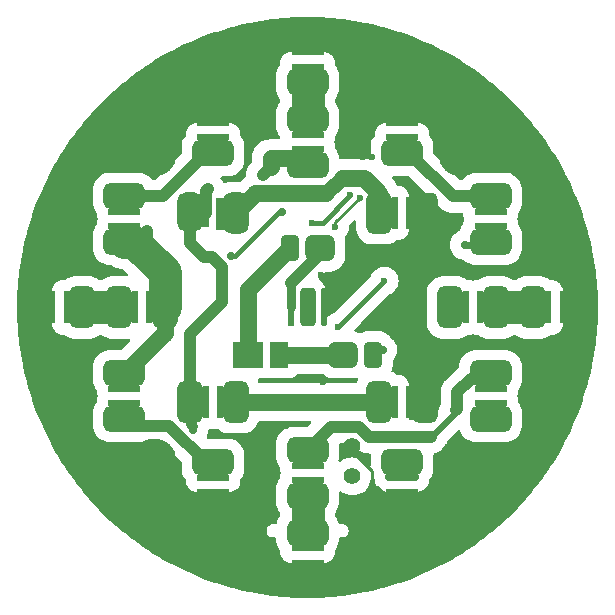
<source format=gbr>
%TF.GenerationSoftware,KiCad,Pcbnew,7.0.11*%
%TF.CreationDate,2024-09-02T12:26:07-05:00*%
%TF.ProjectId,uv_light,75765f6c-6967-4687-942e-6b696361645f,rev?*%
%TF.SameCoordinates,PX5f5e100PY5f5e100*%
%TF.FileFunction,Copper,L2,Bot*%
%TF.FilePolarity,Positive*%
%FSLAX46Y46*%
G04 Gerber Fmt 4.6, Leading zero omitted, Abs format (unit mm)*
G04 Created by KiCad (PCBNEW 7.0.11) date 2024-09-02 12:26:07*
%MOMM*%
%LPD*%
G01*
G04 APERTURE LIST*
G04 Aperture macros list*
%AMRoundRect*
0 Rectangle with rounded corners*
0 $1 Rounding radius*
0 $2 $3 $4 $5 $6 $7 $8 $9 X,Y pos of 4 corners*
0 Add a 4 corners polygon primitive as box body*
4,1,4,$2,$3,$4,$5,$6,$7,$8,$9,$2,$3,0*
0 Add four circle primitives for the rounded corners*
1,1,$1+$1,$2,$3*
1,1,$1+$1,$4,$5*
1,1,$1+$1,$6,$7*
1,1,$1+$1,$8,$9*
0 Add four rect primitives between the rounded corners*
20,1,$1+$1,$2,$3,$4,$5,0*
20,1,$1+$1,$4,$5,$6,$7,0*
20,1,$1+$1,$6,$7,$8,$9,0*
20,1,$1+$1,$8,$9,$2,$3,0*%
G04 Aperture macros list end*
%TA.AperFunction,ComponentPad*%
%ADD10O,1.000000X2.100000*%
%TD*%
%TA.AperFunction,ComponentPad*%
%ADD11O,1.000000X1.600000*%
%TD*%
%TA.AperFunction,ComponentPad*%
%ADD12C,3.800000*%
%TD*%
%TA.AperFunction,ComponentPad*%
%ADD13C,1.400000*%
%TD*%
%TA.AperFunction,SMDPad,CuDef*%
%ADD14R,2.800000X0.600000*%
%TD*%
%TA.AperFunction,SMDPad,CuDef*%
%ADD15RoundRect,0.537500X1.212500X0.537500X-1.212500X0.537500X-1.212500X-0.537500X1.212500X-0.537500X0*%
%TD*%
%TA.AperFunction,SMDPad,CuDef*%
%ADD16RoundRect,0.537500X-1.212500X-0.537500X1.212500X-0.537500X1.212500X0.537500X-1.212500X0.537500X0*%
%TD*%
%TA.AperFunction,SMDPad,CuDef*%
%ADD17R,0.600000X2.800000*%
%TD*%
%TA.AperFunction,SMDPad,CuDef*%
%ADD18RoundRect,0.537500X0.537500X-1.212500X0.537500X1.212500X-0.537500X1.212500X-0.537500X-1.212500X0*%
%TD*%
%TA.AperFunction,SMDPad,CuDef*%
%ADD19RoundRect,0.537500X-0.537500X1.212500X-0.537500X-1.212500X0.537500X-1.212500X0.537500X1.212500X0*%
%TD*%
%TA.AperFunction,SMDPad,CuDef*%
%ADD20RoundRect,0.550000X0.700000X0.550000X-0.700000X0.550000X-0.700000X-0.550000X0.700000X-0.550000X0*%
%TD*%
%TA.AperFunction,SMDPad,CuDef*%
%ADD21RoundRect,0.387500X0.387500X0.712500X-0.387500X0.712500X-0.387500X-0.712500X0.387500X-0.712500X0*%
%TD*%
%TA.AperFunction,SMDPad,CuDef*%
%ADD22RoundRect,0.125000X0.125000X1.525000X-0.125000X1.525000X-0.125000X-1.525000X0.125000X-1.525000X0*%
%TD*%
%TA.AperFunction,SMDPad,CuDef*%
%ADD23R,0.500000X3.300000*%
%TD*%
%TA.AperFunction,SMDPad,CuDef*%
%ADD24RoundRect,0.325000X0.325000X1.325000X-0.325000X1.325000X-0.325000X-1.325000X0.325000X-1.325000X0*%
%TD*%
%TA.AperFunction,SMDPad,CuDef*%
%ADD25RoundRect,0.540000X-0.535000X1.185000X-0.535000X-1.185000X0.535000X-1.185000X0.535000X1.185000X0*%
%TD*%
%TA.AperFunction,SMDPad,CuDef*%
%ADD26RoundRect,0.550000X-0.700000X-0.550000X0.700000X-0.550000X0.700000X0.550000X-0.700000X0.550000X0*%
%TD*%
%TA.AperFunction,SMDPad,CuDef*%
%ADD27RoundRect,0.387500X-0.387500X-0.712500X0.387500X-0.712500X0.387500X0.712500X-0.387500X0.712500X0*%
%TD*%
%TA.AperFunction,SMDPad,CuDef*%
%ADD28RoundRect,0.175000X1.225000X0.175000X-1.225000X0.175000X-1.225000X-0.175000X1.225000X-0.175000X0*%
%TD*%
%TA.AperFunction,SMDPad,CuDef*%
%ADD29R,2.500000X2.200000*%
%TD*%
%TA.AperFunction,SMDPad,CuDef*%
%ADD30R,1.550000X2.200000*%
%TD*%
%TA.AperFunction,SMDPad,CuDef*%
%ADD31R,0.650000X2.700000*%
%TD*%
%TA.AperFunction,SMDPad,CuDef*%
%ADD32RoundRect,0.700000X-0.375000X1.050000X-0.375000X-1.050000X0.375000X-1.050000X0.375000X1.050000X0*%
%TD*%
%TA.AperFunction,SMDPad,CuDef*%
%ADD33RoundRect,0.740000X-0.335000X0.935000X-0.335000X-0.935000X0.335000X-0.935000X0.335000X0.935000X0*%
%TD*%
%TA.AperFunction,SMDPad,CuDef*%
%ADD34R,0.700000X2.650000*%
%TD*%
%TA.AperFunction,ViaPad*%
%ADD35C,0.700000*%
%TD*%
%TA.AperFunction,ViaPad*%
%ADD36C,0.600000*%
%TD*%
%TA.AperFunction,Conductor*%
%ADD37C,0.240000*%
%TD*%
%TA.AperFunction,Conductor*%
%ADD38C,1.400000*%
%TD*%
%TA.AperFunction,Conductor*%
%ADD39C,1.300000*%
%TD*%
%TA.AperFunction,Conductor*%
%ADD40C,1.000000*%
%TD*%
%TA.AperFunction,Conductor*%
%ADD41C,0.800000*%
%TD*%
%TA.AperFunction,Conductor*%
%ADD42C,0.600000*%
%TD*%
%TA.AperFunction,Conductor*%
%ADD43C,2.800000*%
%TD*%
%TA.AperFunction,Conductor*%
%ADD44C,0.400000*%
%TD*%
G04 APERTURE END LIST*
D10*
%TO.P,J1,S1,SHIELD*%
%TO.N,GND*%
X-4320000Y-18370000D03*
D11*
X-4320000Y-22550000D03*
D10*
X4320000Y-18370000D03*
D11*
X4320000Y-22550000D03*
%TD*%
D12*
%TO.P,H1,1,1*%
%TO.N,GND*%
X13000000Y13000000D03*
%TD*%
D13*
%TO.P,TP1,1,1*%
%TO.N,GND*%
X3800000Y-11750000D03*
%TO.P,TP1,2,2*%
%TO.N,VBUS*%
X3800000Y-14290000D03*
%TD*%
D12*
%TO.P,H3,1,1*%
%TO.N,GND*%
X13000000Y-13000000D03*
%TD*%
%TO.P,H2,1,1*%
%TO.N,GND*%
X-13000000Y13000000D03*
%TD*%
%TO.P,H4,1,1*%
%TO.N,GND*%
X-13000000Y-13000000D03*
%TD*%
D14*
%TO.P,D7,1,K*%
%TO.N,Net-(D7-K)*%
X15500000Y-8100000D03*
D15*
X15500000Y-9425000D03*
%TO.P,D7,2,A*%
%TO.N,Net-(D11-A)*%
X15500000Y-5575000D03*
D14*
X15500000Y-6900000D03*
%TD*%
%TO.P,D19,1,K*%
%TO.N,Net-(D19-K)*%
X0Y-14600000D03*
D15*
X0Y-15925000D03*
%TO.P,D19,2,A*%
%TO.N,Net-(D11-A)*%
X0Y-12075000D03*
D14*
X0Y-13400000D03*
%TD*%
%TO.P,D11,1,K*%
%TO.N,Net-(D11-K)*%
X-15500000Y8100000D03*
D16*
X-15500000Y9425000D03*
%TO.P,D11,2,A*%
%TO.N,Net-(D11-A)*%
X-15500000Y5575000D03*
D14*
X-15500000Y6900000D03*
%TD*%
D17*
%TO.P,D22,1,K*%
%TO.N,Net-(D22-K)*%
X-14600000Y0D03*
D18*
X-15925000Y0D03*
%TO.P,D22,2,A*%
%TO.N,Net-(D11-A)*%
X-12075000Y0D03*
D17*
X-13400000Y0D03*
%TD*%
%TO.P,D5,1,K*%
%TO.N,Net-(D5-K)*%
X-7400000Y-8000000D03*
D19*
X-6075000Y-8000000D03*
%TO.P,D5,2,A*%
%TO.N,Net-(D5-A)*%
X-9925000Y-8000000D03*
D17*
X-8600000Y-8000000D03*
%TD*%
D14*
%TO.P,D16,1,K*%
%TO.N,GND*%
X0Y21600000D03*
D16*
X0Y22925000D03*
%TO.P,D16,2,A*%
%TO.N,Net-(D15-K)*%
X0Y19075000D03*
D14*
X0Y20400000D03*
%TD*%
%TO.P,D14,1,K*%
%TO.N,GND*%
X8000000Y15600000D03*
D16*
X8000000Y16925000D03*
%TO.P,D14,2,A*%
%TO.N,Net-(D13-K)*%
X8000000Y13075000D03*
D14*
X8000000Y14400000D03*
%TD*%
D17*
%TO.P,D18,1,K*%
%TO.N,GND*%
X21600000Y0D03*
D19*
X22925000Y0D03*
%TO.P,D18,2,A*%
%TO.N,Net-(D17-K)*%
X19075000Y0D03*
D17*
X20400000Y0D03*
%TD*%
D14*
%TO.P,D13,1,K*%
%TO.N,Net-(D13-K)*%
X15500000Y8100000D03*
D16*
X15500000Y9425000D03*
%TO.P,D13,2,A*%
%TO.N,Net-(D11-A)*%
X15500000Y5575000D03*
D14*
X15500000Y6900000D03*
%TD*%
%TO.P,D25,1,K*%
%TO.N,GND*%
X-8000000Y-15600000D03*
D15*
X-8000000Y-16925000D03*
%TO.P,D25,2,A*%
%TO.N,Net-(D24-K)*%
X-8000000Y-13075000D03*
D14*
X-8000000Y-14400000D03*
%TD*%
D20*
%TO.P,D3,1,K*%
%TO.N,Net-(D3-K)*%
X1050000Y5000000D03*
D21*
%TO.P,D3,2,A*%
%TO.N,Net-(D2-K)*%
X-1525000Y5000000D03*
%TD*%
D22*
%TO.P,D4,1,K*%
%TO.N,GND*%
X1400000Y0D03*
D23*
%TO.P,D4,2,A*%
%TO.N,Net-(D3-K)*%
X-1400000Y0D03*
D24*
%TO.P,D4,3,Thermal*%
%TO.N,unconnected-(D4-Thermal-Pad3)*%
X0Y0D03*
%TD*%
D25*
%TO.P,D10,1,K*%
%TO.N,GND*%
X9925000Y7975000D03*
D17*
X8600000Y8000000D03*
D19*
%TO.P,D10,2,A*%
%TO.N,Net-(D10-A)*%
X6075000Y8000000D03*
D17*
X7400000Y8000000D03*
%TD*%
D14*
%TO.P,D20,1,K*%
%TO.N,GND*%
X0Y-21600000D03*
D15*
X0Y-22925000D03*
%TO.P,D20,2,A*%
%TO.N,Net-(D19-K)*%
X0Y-19075000D03*
D14*
X0Y-20400000D03*
%TD*%
D26*
%TO.P,D1,1,K*%
%TO.N,Net-(D1-K)*%
X3000000Y-4000000D03*
D27*
%TO.P,D1,2,A*%
%TO.N,Net-(D1-A)*%
X5575000Y-4000000D03*
%TD*%
D17*
%TO.P,D17,1,K*%
%TO.N,Net-(D17-K)*%
X14600000Y0D03*
D19*
X15925000Y0D03*
%TO.P,D17,2,A*%
%TO.N,Net-(D11-A)*%
X12075000Y0D03*
D17*
X13400000Y0D03*
%TD*%
D14*
%TO.P,D8,1,K*%
%TO.N,GND*%
X8000000Y-15600000D03*
D15*
X8000000Y-16925000D03*
%TO.P,D8,2,A*%
%TO.N,Net-(D7-K)*%
X8000000Y-13075000D03*
D28*
X8000000Y-14350000D03*
%TD*%
D29*
%TO.P,D2,1,K*%
%TO.N,Net-(D2-K)*%
X-5000000Y-4000000D03*
D30*
%TO.P,D2,2,A*%
%TO.N,Net-(D1-K)*%
X-2425000Y-4000000D03*
%TD*%
D17*
%TO.P,D23,1,K*%
%TO.N,GND*%
X-21600000Y0D03*
D18*
X-22925000Y0D03*
%TO.P,D23,2,A*%
%TO.N,Net-(D22-K)*%
X-19075000Y0D03*
D17*
X-20400000Y0D03*
%TD*%
D14*
%TO.P,D15,1,K*%
%TO.N,Net-(D15-K)*%
X0Y14600000D03*
D16*
X0Y15925000D03*
%TO.P,D15,2,A*%
%TO.N,Net-(D11-A)*%
X0Y12075000D03*
D14*
X0Y13400000D03*
%TD*%
D17*
%TO.P,D6,1,K*%
%TO.N,GND*%
X8600000Y-8000000D03*
D19*
X9925000Y-8000000D03*
%TO.P,D6,2,A*%
%TO.N,Net-(D5-K)*%
X6075000Y-8000000D03*
D17*
X7400000Y-8000000D03*
%TD*%
D14*
%TO.P,D24,1,K*%
%TO.N,Net-(D24-K)*%
X-15500000Y-8100000D03*
D15*
X-15500000Y-9425000D03*
%TO.P,D24,2,A*%
%TO.N,Net-(D11-A)*%
X-15500000Y-5575000D03*
D14*
X-15500000Y-6900000D03*
%TD*%
%TO.P,D12,1,K*%
%TO.N,GND*%
X-8000000Y15600000D03*
D16*
X-8000000Y16925000D03*
%TO.P,D12,2,A*%
%TO.N,Net-(D11-K)*%
X-8000000Y13075000D03*
D14*
X-8000000Y14400000D03*
%TD*%
D31*
%TO.P,D9,1,K*%
%TO.N,Net-(D10-A)*%
X-7375000Y7950000D03*
D32*
X-6075000Y8000000D03*
D33*
%TO.P,D9,2,A*%
%TO.N,Net-(D5-A)*%
X-9925000Y8075000D03*
D34*
X-8650000Y8075000D03*
%TD*%
D35*
%TO.N,GND*%
X8800000Y2500000D03*
X14600000Y-3200000D03*
X-16200000Y3000000D03*
X-4000000Y15000000D03*
X-11000000Y20000000D03*
X-23000000Y0D03*
D36*
X-1800000Y-10000000D03*
X8450000Y-1600000D03*
D35*
X-13000000Y-19000000D03*
X10000000Y20000000D03*
X-19000000Y12000000D03*
D36*
X1900000Y2650000D03*
D35*
X13000000Y-19000000D03*
D36*
X5450000Y12700000D03*
D35*
X0Y-23000000D03*
X23000000Y0D03*
D36*
X4700000Y12700000D03*
X1300000Y-6300000D03*
X1150000Y2737500D03*
X9900000Y-8000000D03*
X11225000Y5300000D03*
D35*
X19000000Y12000000D03*
X20000000Y-11000000D03*
X0Y23000000D03*
X-20000000Y-11000000D03*
%TO.N,Net-(D5-A)*%
X-9675000Y-10400000D03*
X-8425000Y10000000D03*
X-9725000Y-9350000D03*
%TO.N,Net-(D11-A)*%
X-13600000Y5200000D03*
X-3125000Y12625000D03*
X-3775000Y11250000D03*
X13300000Y5300000D03*
D36*
X-12075000Y0D03*
X15500000Y5575000D03*
D35*
X-13600000Y6500000D03*
D36*
X15500000Y-5575000D03*
X12600000Y50000D03*
D35*
X11750000Y-800000D03*
X13800000Y-6025000D03*
%TO.N,Net-(D1-A)*%
X5175000Y-3600000D03*
X6350000Y-3600000D03*
D36*
%TO.N,Net-(D7-K)*%
X8000000Y-13075000D03*
X15450000Y-9400000D03*
X7000000Y-13400000D03*
X14450000Y-9400000D03*
D35*
%TO.N,Net-(SW2-B)*%
X-6450000Y4350000D03*
X-2200000Y8050000D03*
D36*
%TO.N,Net-(Q4-G)*%
X2300000Y6800000D03*
X4400000Y9300000D03*
%TO.N,Net-(U2B--)*%
X405000Y7185000D03*
X3600000Y9500000D03*
%TO.N,Net-(U2A--)*%
X6500000Y2250000D03*
X2550000Y-1650000D03*
%TD*%
D37*
%TO.N,GND*%
X3800000Y-12150000D02*
X5500000Y-13850000D01*
X5500000Y-13850000D02*
X5500000Y-15200000D01*
X5500000Y-15200000D02*
X5900000Y-15200000D01*
X7625000Y-16925000D02*
X8000000Y-16925000D01*
X5900000Y-15200000D02*
X7625000Y-16925000D01*
X9925000Y-8000000D02*
X9900000Y-8000000D01*
D38*
%TO.N,Net-(D10-A)*%
X-6075000Y8000000D02*
X-4425000Y9650000D01*
X6075000Y9725000D02*
X6075000Y8000000D01*
D39*
X1550000Y9650000D02*
X2900000Y11000000D01*
D38*
X-4425000Y9650000D02*
X1550000Y9650000D01*
X2900000Y11000000D02*
X4800000Y11000000D01*
X4800000Y11000000D02*
X6075000Y9725000D01*
%TO.N,Net-(D2-K)*%
X-1525000Y5000000D02*
X-5000000Y1525000D01*
X-5000000Y1525000D02*
X-5000000Y-4000000D01*
D40*
%TO.N,Net-(D24-K)*%
X-14925000Y-10000000D02*
X-11700000Y-10000000D01*
X-15500000Y-9425000D02*
X-14925000Y-10000000D01*
X-11700000Y-10000000D02*
X-8625000Y-13075000D01*
X-8625000Y-13075000D02*
X-8000000Y-13075000D01*
%TO.N,Net-(D5-A)*%
X-8800000Y4300000D02*
X-9925000Y5425000D01*
D41*
X-9925000Y-9850000D02*
X-9925000Y-8000000D01*
D40*
X-8600000Y9825000D02*
X-8425000Y10000000D01*
X-9925000Y5425000D02*
X-9925000Y8000000D01*
X-9925000Y-2225000D02*
X-7200000Y500000D01*
X-7200000Y3400000D02*
X-8100000Y4300000D01*
X-7200000Y500000D02*
X-7200000Y3400000D01*
D42*
X-9725000Y-10350000D02*
X-9725000Y-10050000D01*
D40*
X-8600000Y8000000D02*
X-8600000Y9825000D01*
D42*
X-9675000Y-10400000D02*
X-9725000Y-10350000D01*
D40*
X-8100000Y4300000D02*
X-8800000Y4300000D01*
X-9925000Y-8000000D02*
X-9925000Y-2225000D01*
D41*
X-9725000Y-10050000D02*
X-9925000Y-9850000D01*
D40*
%TO.N,Net-(D11-A)*%
X-3125000Y11900000D02*
X-3775000Y11250000D01*
X-13600000Y5200000D02*
X-13600000Y6500000D01*
D38*
X-15500000Y-5575000D02*
X-12075000Y-2150000D01*
X-3125000Y12625000D02*
X-550000Y12625000D01*
D40*
X12666118Y-8583882D02*
X12666118Y-7158882D01*
D38*
X-3125000Y12625000D02*
X-3125000Y11900000D01*
D40*
X-3775000Y11250000D02*
X-2400000Y12625000D01*
X4350000Y-10100000D02*
X5200000Y-10950000D01*
X1975000Y-10100000D02*
X4350000Y-10100000D01*
X5200000Y-10950000D02*
X10482236Y-10950000D01*
D43*
X-15500000Y5575000D02*
X-14675000Y5575000D01*
D40*
X-2400000Y12625000D02*
X-550000Y12625000D01*
D42*
X10482236Y-10950000D02*
X12550000Y-8882236D01*
D40*
X12666118Y-7158882D02*
X13800000Y-6025000D01*
X0Y-12075000D02*
X1975000Y-10100000D01*
D42*
X13300000Y5300000D02*
X15225000Y5300000D01*
D43*
X-14675000Y5575000D02*
X-12075000Y2975000D01*
D40*
X12550000Y-8700000D02*
X12666118Y-8583882D01*
D43*
X-12075000Y2975000D02*
X-12075000Y0D01*
D37*
X15225000Y5300000D02*
X15500000Y5575000D01*
D38*
X-12075000Y-2150000D02*
X-12075000Y0D01*
D42*
X12550000Y-8882236D02*
X12550000Y-8700000D01*
D38*
X-550000Y12625000D02*
X0Y12075000D01*
%TO.N,Net-(D1-K)*%
X3000000Y-4000000D02*
X-2425000Y-4000000D01*
D41*
%TO.N,Net-(D3-K)*%
X-1400000Y2100000D02*
X-1400000Y0D01*
D40*
X1050000Y4550000D02*
X-1400000Y2100000D01*
X1050000Y5000000D02*
X1050000Y4550000D01*
D38*
%TO.N,Net-(D5-K)*%
X-6075000Y-8000000D02*
X6075000Y-8000000D01*
D40*
%TO.N,Net-(D7-K)*%
X9248044Y-13075000D02*
X9248044Y-13151956D01*
X15500000Y-9425000D02*
X15475000Y-9425000D01*
X15475000Y-9425000D02*
X15450000Y-9400000D01*
%TO.N,Net-(D11-K)*%
X-8625000Y13075000D02*
X-8000000Y13075000D01*
X-15500000Y9425000D02*
X-12275000Y9425000D01*
X-12275000Y9425000D02*
X-8625000Y13075000D01*
%TO.N,Net-(D13-K)*%
X8000000Y13075000D02*
X8625000Y13075000D01*
X15475000Y9400000D02*
X15500000Y9425000D01*
X8625000Y13075000D02*
X12300000Y9400000D01*
X12300000Y9400000D02*
X15475000Y9400000D01*
D43*
%TO.N,Net-(D15-K)*%
X0Y15925000D02*
X0Y19075000D01*
%TO.N,Net-(D17-K)*%
X15925000Y0D02*
X19075000Y0D01*
%TO.N,Net-(D19-K)*%
X0Y-15925000D02*
X0Y-19075000D01*
%TO.N,Net-(D22-K)*%
X-15925000Y0D02*
X-19075000Y0D01*
D44*
%TO.N,Net-(SW2-B)*%
X-6150000Y4350000D02*
X-6450000Y4350000D01*
X-2200000Y8050000D02*
X-2450000Y8050000D01*
X-2450000Y8050000D02*
X-6150000Y4350000D01*
D37*
%TO.N,Net-(Q4-G)*%
X2300000Y7200000D02*
X4400000Y9300000D01*
X2300000Y6800000D02*
X2300000Y7200000D01*
D44*
%TO.N,Net-(U2B--)*%
X3600000Y9500000D02*
X1285000Y7185000D01*
X1285000Y7185000D02*
X405000Y7185000D01*
%TO.N,Net-(U2A--)*%
X2600000Y-1650000D02*
X2550000Y-1650000D01*
X6500000Y2250000D02*
X2600000Y-1650000D01*
%TD*%
%TA.AperFunction,Conductor*%
%TO.N,GND*%
G36*
X3785571Y-11520185D02*
G01*
X3806213Y-11536819D01*
X4175358Y-11905964D01*
X4180760Y-11911721D01*
X4227436Y-11964755D01*
X4307649Y-12029522D01*
X4309536Y-12031080D01*
X4359461Y-12073172D01*
X4388378Y-12097554D01*
X4393321Y-12100454D01*
X4408468Y-12110928D01*
X4412920Y-12114523D01*
X4433071Y-12125780D01*
X4502831Y-12164751D01*
X4505115Y-12166059D01*
X4593981Y-12218208D01*
X4593985Y-12218209D01*
X4593991Y-12218213D01*
X4599361Y-12220239D01*
X4616042Y-12227995D01*
X4621046Y-12230790D01*
X4718165Y-12265104D01*
X4720626Y-12266002D01*
X4817038Y-12302387D01*
X4817041Y-12302388D01*
X4822656Y-12303474D01*
X4840422Y-12308301D01*
X4843626Y-12309432D01*
X4845829Y-12310211D01*
X4897290Y-12319034D01*
X4947377Y-12327623D01*
X4949952Y-12328092D01*
X5051101Y-12347655D01*
X5056817Y-12347776D01*
X5075160Y-12349532D01*
X5080800Y-12350500D01*
X5183772Y-12350500D01*
X5186403Y-12350527D01*
X5228132Y-12351414D01*
X5294739Y-12372517D01*
X5339362Y-12426281D01*
X5349500Y-12475386D01*
X5349500Y-13315717D01*
X5329815Y-13382756D01*
X5277011Y-13428511D01*
X5207853Y-13438455D01*
X5144297Y-13409430D01*
X5119772Y-13380506D01*
X5098837Y-13346343D01*
X5098836Y-13346341D01*
X4935224Y-13154776D01*
X4789254Y-13030106D01*
X4743656Y-12991161D01*
X4743653Y-12991160D01*
X4528859Y-12859533D01*
X4296110Y-12763126D01*
X4051151Y-12704317D01*
X3800000Y-12684551D01*
X3548848Y-12704317D01*
X3303889Y-12763126D01*
X3071140Y-12859533D01*
X2856346Y-12991160D01*
X2856344Y-12991161D01*
X2823487Y-13019224D01*
X2759725Y-13047794D01*
X2690640Y-13037356D01*
X2638164Y-12991225D01*
X2618959Y-12924047D01*
X2621593Y-12899495D01*
X2644347Y-12790980D01*
X2650500Y-12691875D01*
X2650499Y-11624499D01*
X2670183Y-11557461D01*
X2722987Y-11511706D01*
X2774499Y-11500500D01*
X3718532Y-11500500D01*
X3785571Y-11520185D01*
G37*
%TD.AperFunction*%
%TA.AperFunction,Conductor*%
G36*
X1317592Y-5620185D02*
G01*
X1330694Y-5629878D01*
X1454254Y-5734529D01*
X1454258Y-5734531D01*
X1454260Y-5734533D01*
X1660762Y-5857582D01*
X1660765Y-5857583D01*
X1884689Y-5944959D01*
X1884696Y-5944961D01*
X1884701Y-5944963D01*
X2119969Y-5994294D01*
X2219931Y-6000500D01*
X3780068Y-6000499D01*
X3880031Y-5994294D01*
X4115299Y-5944963D01*
X4115302Y-5944961D01*
X4120318Y-5943910D01*
X4120552Y-5945026D01*
X4184885Y-5944784D01*
X4243804Y-5982338D01*
X4273068Y-6045784D01*
X4263384Y-6114979D01*
X4256920Y-6127365D01*
X4241185Y-6153771D01*
X4241185Y-6153772D01*
X4176099Y-6320575D01*
X4133392Y-6375873D01*
X4067568Y-6399303D01*
X4060582Y-6399500D01*
X-4060582Y-6399500D01*
X-4127621Y-6379815D01*
X-4173376Y-6327011D01*
X-4176099Y-6320574D01*
X-4235019Y-6169573D01*
X-4241051Y-6099965D01*
X-4208491Y-6038145D01*
X-4147678Y-6003743D01*
X-4119502Y-6000499D01*
X-3686989Y-6000499D01*
X-3686980Y-6000499D01*
X-3608355Y-5994312D01*
X-3507092Y-5967179D01*
X-3442908Y-5967179D01*
X-3341645Y-5994312D01*
X-3263021Y-6000500D01*
X-1586980Y-6000499D01*
X-1508355Y-5994312D01*
X-1325512Y-5945320D01*
X-1196992Y-5879835D01*
X-1156854Y-5859385D01*
X-1156853Y-5859383D01*
X-1156851Y-5859383D01*
X-1009743Y-5740257D01*
X-933791Y-5646463D01*
X-876304Y-5606753D01*
X-837425Y-5600500D01*
X1250553Y-5600500D01*
X1317592Y-5620185D01*
G37*
%TD.AperFunction*%
%TA.AperFunction,Conductor*%
G36*
X100243Y24597482D02*
G01*
X890429Y24581566D01*
X892656Y24581499D01*
X1088207Y24573618D01*
X1090457Y24573505D01*
X1879548Y24525774D01*
X1881710Y24525621D01*
X2076763Y24509875D01*
X2079096Y24509663D01*
X2865407Y24430219D01*
X2867841Y24429948D01*
X3061981Y24406375D01*
X3064385Y24406059D01*
X3846817Y24295024D01*
X3849175Y24294665D01*
X4042276Y24263283D01*
X4044578Y24262885D01*
X4821992Y24120419D01*
X4824269Y24119977D01*
X5015975Y24080840D01*
X5018288Y24080344D01*
X5789353Y23906686D01*
X5791501Y23906179D01*
X5981558Y23859335D01*
X5983830Y23858750D01*
X6747235Y23654196D01*
X6749541Y23653553D01*
X6909150Y23607322D01*
X6937357Y23599151D01*
X6939748Y23598432D01*
X7694167Y23363346D01*
X7696402Y23362626D01*
X7882109Y23300627D01*
X7884251Y23299888D01*
X8628682Y23034583D01*
X8630932Y23033755D01*
X8813900Y22964365D01*
X8816024Y22963535D01*
X9549304Y22668415D01*
X9551386Y22667552D01*
X9731415Y22590849D01*
X9733463Y22589952D01*
X10454273Y22265543D01*
X10456371Y22264573D01*
X10633160Y22180685D01*
X10635255Y22179665D01*
X11342267Y21826570D01*
X11344398Y21825479D01*
X11517670Y21734538D01*
X11519781Y21733403D01*
X12212002Y21352124D01*
X12214024Y21350984D01*
X12383455Y21253162D01*
X12385503Y21251953D01*
X13061804Y20843115D01*
X13063823Y20841867D01*
X13229231Y20737269D01*
X13231209Y20735990D01*
X13890548Y20300219D01*
X13892381Y20298982D01*
X14053468Y20187791D01*
X14055471Y20186378D01*
X14696667Y19724455D01*
X14698584Y19723045D01*
X14854897Y19605583D01*
X14856877Y19604064D01*
X15478944Y19116706D01*
X15480825Y19115201D01*
X15632325Y18991505D01*
X15634192Y18989949D01*
X15956254Y18716003D01*
X16236121Y18477946D01*
X16238006Y18476309D01*
X16384330Y18346677D01*
X16386182Y18345003D01*
X16623817Y18125780D01*
X16966994Y17809190D01*
X16968725Y17807562D01*
X17081702Y17699046D01*
X17109818Y17672040D01*
X17111601Y17670292D01*
X17670290Y17111603D01*
X17672038Y17109820D01*
X17807555Y16968732D01*
X17809196Y16966988D01*
X17894766Y16874232D01*
X18345001Y16386184D01*
X18346675Y16384332D01*
X18476307Y16238008D01*
X18477944Y16236123D01*
X18989926Y15634220D01*
X18991520Y15632307D01*
X19017490Y15600499D01*
X19115172Y15480861D01*
X19116732Y15478911D01*
X19604061Y14856880D01*
X19605581Y14854899D01*
X19723008Y14698633D01*
X19724488Y14696622D01*
X20186376Y14055473D01*
X20187815Y14053433D01*
X20298951Y13892425D01*
X20300250Y13890501D01*
X20654928Y13353859D01*
X20735949Y13231271D01*
X20737305Y13229174D01*
X20841833Y13063876D01*
X20843146Y13061752D01*
X21251921Y12385555D01*
X21253191Y12383405D01*
X21350939Y12214101D01*
X21352166Y12211926D01*
X21733377Y11519827D01*
X21734560Y11517628D01*
X21825454Y11344444D01*
X21826592Y11342221D01*
X22179627Y10635331D01*
X22180720Y10633086D01*
X22264532Y10456456D01*
X22265580Y10454189D01*
X22518084Y9893147D01*
X22589899Y9733582D01*
X22590900Y9731295D01*
X22667503Y9551501D01*
X22668454Y9549206D01*
X22703137Y9463030D01*
X22963493Y8816127D01*
X22964402Y8813801D01*
X23033736Y8630980D01*
X23034598Y8628636D01*
X23299847Y7884364D01*
X23300662Y7882004D01*
X23362602Y7696470D01*
X23363368Y7694093D01*
X23598430Y6939750D01*
X23599149Y6937359D01*
X23653537Y6749592D01*
X23654208Y6747187D01*
X23858729Y5983905D01*
X23859351Y5981487D01*
X23906144Y5791643D01*
X23906717Y5789212D01*
X24080328Y5018353D01*
X24080852Y5015911D01*
X24119958Y4824358D01*
X24120433Y4821907D01*
X24262869Y4044659D01*
X24263294Y4042198D01*
X24294654Y3849231D01*
X24295030Y3846762D01*
X24406051Y3064428D01*
X24406377Y3061952D01*
X24429944Y2867859D01*
X24430220Y2865378D01*
X24509653Y2079176D01*
X24509879Y2076689D01*
X24525607Y1881874D01*
X24525783Y1879383D01*
X24573497Y1090578D01*
X24573622Y1088084D01*
X24581492Y892793D01*
X24581568Y890297D01*
X24599449Y2498D01*
X24599449Y-2496D01*
X24581568Y-890295D01*
X24581492Y-892791D01*
X24573622Y-1088082D01*
X24573497Y-1090576D01*
X24525783Y-1879381D01*
X24525607Y-1881872D01*
X24509879Y-2076687D01*
X24509653Y-2079174D01*
X24430220Y-2865376D01*
X24429944Y-2867857D01*
X24406377Y-3061950D01*
X24406051Y-3064426D01*
X24295030Y-3846760D01*
X24294654Y-3849229D01*
X24263294Y-4042196D01*
X24262869Y-4044657D01*
X24120433Y-4821905D01*
X24119958Y-4824356D01*
X24080852Y-5015909D01*
X24080328Y-5018351D01*
X23906717Y-5789210D01*
X23906144Y-5791641D01*
X23859351Y-5981485D01*
X23858729Y-5983903D01*
X23654208Y-6747185D01*
X23653537Y-6749590D01*
X23599149Y-6937357D01*
X23598430Y-6939748D01*
X23363368Y-7694091D01*
X23362602Y-7696468D01*
X23300662Y-7882002D01*
X23299847Y-7884362D01*
X23034598Y-8628634D01*
X23033736Y-8630978D01*
X22964402Y-8813799D01*
X22963493Y-8816125D01*
X22668459Y-9549192D01*
X22667503Y-9551499D01*
X22590900Y-9731293D01*
X22589899Y-9733580D01*
X22265580Y-10454187D01*
X22264532Y-10456454D01*
X22180720Y-10633084D01*
X22179627Y-10635329D01*
X21826592Y-11342219D01*
X21825454Y-11344442D01*
X21734560Y-11517626D01*
X21733377Y-11519825D01*
X21352166Y-12211924D01*
X21350939Y-12214099D01*
X21253191Y-12383403D01*
X21251921Y-12385553D01*
X20843146Y-13061750D01*
X20841833Y-13063874D01*
X20737305Y-13229172D01*
X20735949Y-13231269D01*
X20300284Y-13890449D01*
X20298886Y-13892519D01*
X20187815Y-14053431D01*
X20186376Y-14055471D01*
X19724488Y-14696620D01*
X19723008Y-14698631D01*
X19605581Y-14854897D01*
X19604061Y-14856878D01*
X19116732Y-15478909D01*
X19115172Y-15480859D01*
X18991525Y-15632299D01*
X18989926Y-15634218D01*
X18477944Y-16236121D01*
X18476307Y-16238006D01*
X18346675Y-16384330D01*
X18345001Y-16386182D01*
X17809231Y-16966949D01*
X17807519Y-16968768D01*
X17672038Y-17109818D01*
X17670290Y-17111601D01*
X17111601Y-17670290D01*
X17109818Y-17672038D01*
X16968768Y-17807519D01*
X16966949Y-17809231D01*
X16386182Y-18345001D01*
X16384330Y-18346675D01*
X16238006Y-18476307D01*
X16236121Y-18477944D01*
X15634218Y-18989926D01*
X15632299Y-18991525D01*
X15480859Y-19115172D01*
X15478909Y-19116732D01*
X14856878Y-19604061D01*
X14854897Y-19605581D01*
X14698631Y-19723008D01*
X14696620Y-19724488D01*
X14055471Y-20186376D01*
X14053431Y-20187815D01*
X13892519Y-20298886D01*
X13890449Y-20300284D01*
X13231269Y-20735949D01*
X13229172Y-20737305D01*
X13063874Y-20841833D01*
X13061750Y-20843146D01*
X12385553Y-21251921D01*
X12383403Y-21253191D01*
X12214099Y-21350939D01*
X12211924Y-21352166D01*
X11519825Y-21733377D01*
X11517626Y-21734560D01*
X11344442Y-21825454D01*
X11342219Y-21826592D01*
X10635329Y-22179627D01*
X10633084Y-22180720D01*
X10456454Y-22264532D01*
X10454187Y-22265580D01*
X9733580Y-22589899D01*
X9731293Y-22590900D01*
X9551499Y-22667503D01*
X9549192Y-22668459D01*
X8816125Y-22963493D01*
X8813799Y-22964402D01*
X8630978Y-23033736D01*
X8628634Y-23034598D01*
X7884362Y-23299847D01*
X7882002Y-23300662D01*
X7696468Y-23362602D01*
X7694091Y-23363368D01*
X6939748Y-23598430D01*
X6937357Y-23599149D01*
X6749590Y-23653537D01*
X6747185Y-23654208D01*
X5983903Y-23858729D01*
X5981485Y-23859351D01*
X5791641Y-23906144D01*
X5789210Y-23906717D01*
X5018351Y-24080328D01*
X5015909Y-24080852D01*
X4824356Y-24119958D01*
X4821905Y-24120433D01*
X4044657Y-24262869D01*
X4042196Y-24263294D01*
X3849229Y-24294654D01*
X3846760Y-24295030D01*
X3064426Y-24406051D01*
X3061950Y-24406377D01*
X2867857Y-24429944D01*
X2865376Y-24430220D01*
X2079174Y-24509653D01*
X2076687Y-24509879D01*
X1881872Y-24525607D01*
X1879381Y-24525783D01*
X1090576Y-24573497D01*
X1088082Y-24573622D01*
X892791Y-24581492D01*
X890295Y-24581568D01*
X100244Y-24597481D01*
X97747Y-24597506D01*
X-97747Y-24597506D01*
X-100244Y-24597481D01*
X-890297Y-24581568D01*
X-892793Y-24581492D01*
X-1088084Y-24573622D01*
X-1090578Y-24573497D01*
X-1879383Y-24525783D01*
X-1881874Y-24525607D01*
X-2076689Y-24509879D01*
X-2079176Y-24509653D01*
X-2865378Y-24430220D01*
X-2867859Y-24429944D01*
X-3061952Y-24406377D01*
X-3064428Y-24406051D01*
X-3846762Y-24295030D01*
X-3849231Y-24294654D01*
X-4042198Y-24263294D01*
X-4044659Y-24262869D01*
X-4821907Y-24120433D01*
X-4824358Y-24119958D01*
X-5015911Y-24080852D01*
X-5018353Y-24080328D01*
X-5789212Y-23906717D01*
X-5791643Y-23906144D01*
X-5981487Y-23859351D01*
X-5983905Y-23858729D01*
X-6747187Y-23654208D01*
X-6749592Y-23653537D01*
X-6937359Y-23599149D01*
X-6939750Y-23598430D01*
X-7694093Y-23363368D01*
X-7696470Y-23362602D01*
X-7882004Y-23300662D01*
X-7884364Y-23299847D01*
X-8628636Y-23034598D01*
X-8630980Y-23033736D01*
X-8813801Y-22964402D01*
X-8816127Y-22963493D01*
X-9549194Y-22668459D01*
X-9551501Y-22667503D01*
X-9731320Y-22590889D01*
X-9733557Y-22589910D01*
X-10454189Y-22265580D01*
X-10456456Y-22264532D01*
X-10633086Y-22180720D01*
X-10635331Y-22179627D01*
X-11342221Y-21826592D01*
X-11344444Y-21825454D01*
X-11517628Y-21734560D01*
X-11519827Y-21733377D01*
X-12211926Y-21352166D01*
X-12214101Y-21350939D01*
X-12383405Y-21253191D01*
X-12385555Y-21251921D01*
X-13061752Y-20843146D01*
X-13063876Y-20841833D01*
X-13229174Y-20737305D01*
X-13231271Y-20735949D01*
X-13890501Y-20300250D01*
X-13892425Y-20298951D01*
X-14053433Y-20187815D01*
X-14055473Y-20186376D01*
X-14696622Y-19724488D01*
X-14698633Y-19723008D01*
X-14854899Y-19605581D01*
X-14856880Y-19604061D01*
X-15478911Y-19116732D01*
X-15480861Y-19115172D01*
X-15560396Y-19050234D01*
X-15632307Y-18991520D01*
X-15634220Y-18989926D01*
X-16236123Y-18477944D01*
X-16238008Y-18476307D01*
X-16384332Y-18346675D01*
X-16386184Y-18345001D01*
X-16703626Y-18052154D01*
X-16966988Y-17809196D01*
X-16968732Y-17807555D01*
X-17109820Y-17672038D01*
X-17111603Y-17670290D01*
X-17670292Y-17111601D01*
X-17672040Y-17109818D01*
X-17685096Y-17096225D01*
X-17807562Y-16968725D01*
X-17809190Y-16966994D01*
X-18201365Y-16541884D01*
X-18345003Y-16386182D01*
X-18346677Y-16384330D01*
X-18476309Y-16238006D01*
X-18477946Y-16236121D01*
X-18767724Y-15895448D01*
X-18989950Y-15634192D01*
X-18991527Y-15632299D01*
X-19017490Y-15600500D01*
X-19115201Y-15480825D01*
X-19116706Y-15478944D01*
X-19604064Y-14856877D01*
X-19605583Y-14854897D01*
X-19615543Y-14841643D01*
X-19723045Y-14698584D01*
X-19724455Y-14696667D01*
X-20186378Y-14055471D01*
X-20187791Y-14053468D01*
X-20298982Y-13892381D01*
X-20300219Y-13890548D01*
X-20735990Y-13231209D01*
X-20737269Y-13229231D01*
X-20841867Y-13063823D01*
X-20843115Y-13061804D01*
X-21251953Y-12385503D01*
X-21253162Y-12383455D01*
X-21350984Y-12214024D01*
X-21352124Y-12212002D01*
X-21733403Y-11519781D01*
X-21734538Y-11517670D01*
X-21825479Y-11344398D01*
X-21826570Y-11342267D01*
X-22179665Y-10635255D01*
X-22180685Y-10633160D01*
X-22264573Y-10456371D01*
X-22265543Y-10454273D01*
X-22589952Y-9733463D01*
X-22590849Y-9731415D01*
X-22667552Y-9551386D01*
X-22668415Y-9549304D01*
X-22963535Y-8816024D01*
X-22964365Y-8813900D01*
X-23033755Y-8630932D01*
X-23034583Y-8628682D01*
X-23299888Y-7884251D01*
X-23300627Y-7882109D01*
X-23362626Y-7696402D01*
X-23363346Y-7694167D01*
X-23598432Y-6939748D01*
X-23599151Y-6937357D01*
X-23639142Y-6799292D01*
X-23653553Y-6749541D01*
X-23654196Y-6747235D01*
X-23858750Y-5983830D01*
X-23859335Y-5981558D01*
X-23906179Y-5791501D01*
X-23906686Y-5789353D01*
X-24080344Y-5018288D01*
X-24080840Y-5015975D01*
X-24119977Y-4824269D01*
X-24120419Y-4821992D01*
X-24262885Y-4044578D01*
X-24263283Y-4042276D01*
X-24294665Y-3849175D01*
X-24295024Y-3846817D01*
X-24406059Y-3064385D01*
X-24406379Y-3061950D01*
X-24407803Y-3050226D01*
X-24429948Y-2867841D01*
X-24430222Y-2865376D01*
X-24433091Y-2836979D01*
X-24509663Y-2079096D01*
X-24509875Y-2076763D01*
X-24525621Y-1881710D01*
X-24525774Y-1879548D01*
X-24550970Y-1463010D01*
X-21600500Y-1463010D01*
X-21600499Y-1463029D01*
X-21594313Y-1541643D01*
X-21563253Y-1657562D01*
X-21545320Y-1724488D01*
X-21523217Y-1767868D01*
X-21459386Y-1893146D01*
X-21417500Y-1944870D01*
X-21340257Y-2040257D01*
X-21284352Y-2085528D01*
X-21193147Y-2159385D01*
X-21122511Y-2195375D01*
X-21024488Y-2245320D01*
X-20841645Y-2294312D01*
X-20763021Y-2300500D01*
X-20598333Y-2300499D01*
X-20531293Y-2320183D01*
X-20518191Y-2329877D01*
X-20450958Y-2386821D01*
X-20450954Y-2386823D01*
X-20450952Y-2386825D01*
X-20246229Y-2508814D01*
X-20246226Y-2508815D01*
X-20024232Y-2595438D01*
X-20024225Y-2595440D01*
X-20024220Y-2595442D01*
X-19790980Y-2644347D01*
X-19691875Y-2650500D01*
X-18458126Y-2650499D01*
X-18359020Y-2644347D01*
X-18125780Y-2595442D01*
X-18125773Y-2595438D01*
X-18125769Y-2595438D01*
X-18049724Y-2565764D01*
X-17903771Y-2508814D01*
X-17699048Y-2386825D01*
X-17631809Y-2329876D01*
X-17567931Y-2301571D01*
X-17551669Y-2300500D01*
X-17448331Y-2300500D01*
X-17381292Y-2320185D01*
X-17368195Y-2329873D01*
X-17300952Y-2386825D01*
X-17096229Y-2508814D01*
X-17096226Y-2508815D01*
X-16874232Y-2595438D01*
X-16874225Y-2595440D01*
X-16874220Y-2595442D01*
X-16640980Y-2644347D01*
X-16541875Y-2650500D01*
X-15308126Y-2650499D01*
X-15209020Y-2644347D01*
X-15140626Y-2630006D01*
X-15070975Y-2635514D01*
X-15015358Y-2677804D01*
X-14991433Y-2743450D01*
X-15006797Y-2811609D01*
X-15027499Y-2839048D01*
X-15751632Y-3563181D01*
X-15812955Y-3596666D01*
X-15839313Y-3599500D01*
X-16791862Y-3599500D01*
X-16791885Y-3599501D01*
X-16890981Y-3605652D01*
X-17124222Y-3654558D01*
X-17124232Y-3654561D01*
X-17346226Y-3741184D01*
X-17550958Y-3863178D01*
X-17732805Y-4017195D01*
X-17886822Y-4199042D01*
X-18008816Y-4403774D01*
X-18095439Y-4625768D01*
X-18095442Y-4625778D01*
X-18144347Y-4859017D01*
X-18144348Y-4859021D01*
X-18150500Y-4958118D01*
X-18150500Y-6191861D01*
X-18150499Y-6191884D01*
X-18144348Y-6290980D01*
X-18095442Y-6524221D01*
X-18095439Y-6524231D01*
X-18008816Y-6746225D01*
X-18008814Y-6746229D01*
X-17886825Y-6950952D01*
X-17836829Y-7009982D01*
X-17829877Y-7018190D01*
X-17801571Y-7082069D01*
X-17800500Y-7098330D01*
X-17800500Y-7263010D01*
X-17800499Y-7263029D01*
X-17794313Y-7341642D01*
X-17760481Y-7467906D01*
X-17760481Y-7532091D01*
X-17794313Y-7658354D01*
X-17800500Y-7736973D01*
X-17800500Y-7901668D01*
X-17820185Y-7968707D01*
X-17829877Y-7981808D01*
X-17886824Y-8049045D01*
X-18008816Y-8253774D01*
X-18095439Y-8475768D01*
X-18095442Y-8475778D01*
X-18144347Y-8709017D01*
X-18144348Y-8709021D01*
X-18150500Y-8808118D01*
X-18150500Y-10041861D01*
X-18150499Y-10041884D01*
X-18144348Y-10140980D01*
X-18095442Y-10374221D01*
X-18095439Y-10374231D01*
X-18008816Y-10596225D01*
X-18008814Y-10596229D01*
X-17976476Y-10650499D01*
X-17886822Y-10800957D01*
X-17732805Y-10982804D01*
X-17550958Y-11136821D01*
X-17550954Y-11136823D01*
X-17550952Y-11136825D01*
X-17346229Y-11258814D01*
X-17346226Y-11258815D01*
X-17124232Y-11345438D01*
X-17124225Y-11345440D01*
X-17124220Y-11345442D01*
X-16890980Y-11394347D01*
X-16791875Y-11400500D01*
X-15051813Y-11400499D01*
X-15051795Y-11400500D01*
X-15044200Y-11400500D01*
X-14941202Y-11400500D01*
X-14938570Y-11400528D01*
X-14835555Y-11402715D01*
X-14835554Y-11402715D01*
X-14835554Y-11402714D01*
X-14835553Y-11402715D01*
X-14833164Y-11402357D01*
X-14829880Y-11401866D01*
X-14811527Y-11400500D01*
X-12331468Y-11400500D01*
X-12264429Y-11420185D01*
X-12243787Y-11436819D01*
X-10686819Y-12993787D01*
X-10653334Y-13055110D01*
X-10650500Y-13081468D01*
X-10650500Y-13691861D01*
X-10650499Y-13691884D01*
X-10644348Y-13790980D01*
X-10595442Y-14024221D01*
X-10595439Y-14024231D01*
X-10508816Y-14246225D01*
X-10508814Y-14246229D01*
X-10386825Y-14450952D01*
X-10386823Y-14450954D01*
X-10329877Y-14518190D01*
X-10301571Y-14582069D01*
X-10300500Y-14598330D01*
X-10300500Y-14763010D01*
X-10300499Y-14763029D01*
X-10294313Y-14841643D01*
X-10263253Y-14957562D01*
X-10245320Y-15024488D01*
X-10236004Y-15042771D01*
X-10159386Y-15193146D01*
X-10126581Y-15233656D01*
X-10040257Y-15340257D01*
X-9955975Y-15408507D01*
X-9893147Y-15459385D01*
X-9809629Y-15501938D01*
X-9724488Y-15545320D01*
X-9541645Y-15594312D01*
X-9463021Y-15600500D01*
X-6536980Y-15600499D01*
X-6458355Y-15594312D01*
X-6275512Y-15545320D01*
X-6134033Y-15473233D01*
X-6106854Y-15459385D01*
X-6106853Y-15459383D01*
X-6106851Y-15459383D01*
X-5959743Y-15340257D01*
X-5840617Y-15193149D01*
X-5754680Y-15024488D01*
X-5705688Y-14841645D01*
X-5699500Y-14763021D01*
X-5699501Y-14598330D01*
X-5679817Y-14531291D01*
X-5670124Y-14518190D01*
X-5613175Y-14450952D01*
X-5491186Y-14246229D01*
X-5416752Y-14055471D01*
X-5404562Y-14024231D01*
X-5404562Y-14024227D01*
X-5404558Y-14024220D01*
X-5355653Y-13790980D01*
X-5349500Y-13691875D01*
X-5349501Y-12458126D01*
X-5355653Y-12359020D01*
X-5357434Y-12350528D01*
X-5383125Y-12227998D01*
X-5404558Y-12125780D01*
X-5404560Y-12125775D01*
X-5404562Y-12125768D01*
X-5491185Y-11903774D01*
X-5491186Y-11903771D01*
X-5613175Y-11699048D01*
X-5613177Y-11699046D01*
X-5613179Y-11699042D01*
X-5767196Y-11517195D01*
X-5949043Y-11363178D01*
X-5978809Y-11345441D01*
X-6153771Y-11241186D01*
X-6153773Y-11241185D01*
X-6153775Y-11241184D01*
X-6375769Y-11154561D01*
X-6375779Y-11154558D01*
X-6609018Y-11105653D01*
X-6609022Y-11105652D01*
X-6708119Y-11099500D01*
X-6708125Y-11099500D01*
X-8426766Y-11099500D01*
X-8493805Y-11079815D01*
X-8539560Y-11027011D01*
X-8549504Y-10957853D01*
X-8539148Y-10923096D01*
X-8495428Y-10829336D01*
X-8495425Y-10829330D01*
X-8438793Y-10617977D01*
X-8420921Y-10413691D01*
X-8395469Y-10348623D01*
X-8338878Y-10307644D01*
X-8297393Y-10300499D01*
X-8236989Y-10300499D01*
X-8236980Y-10300499D01*
X-8158355Y-10294312D01*
X-8032092Y-10260480D01*
X-7967908Y-10260480D01*
X-7841645Y-10294312D01*
X-7763021Y-10300500D01*
X-7598333Y-10300499D01*
X-7531293Y-10320183D01*
X-7518191Y-10329877D01*
X-7450958Y-10386821D01*
X-7450954Y-10386823D01*
X-7450952Y-10386825D01*
X-7246229Y-10508814D01*
X-7246226Y-10508815D01*
X-7024232Y-10595438D01*
X-7024225Y-10595440D01*
X-7024220Y-10595442D01*
X-6790980Y-10644347D01*
X-6691875Y-10650500D01*
X-5458126Y-10650499D01*
X-5359020Y-10644347D01*
X-5125780Y-10595442D01*
X-5125773Y-10595438D01*
X-5125769Y-10595438D01*
X-5049724Y-10565764D01*
X-4903771Y-10508814D01*
X-4699048Y-10386825D01*
X-4684166Y-10374221D01*
X-4517196Y-10232804D01*
X-4363179Y-10050957D01*
X-4363179Y-10050956D01*
X-4363175Y-10050952D01*
X-4241186Y-9846229D01*
X-4176099Y-9679425D01*
X-4133392Y-9624127D01*
X-4067568Y-9600697D01*
X-4060582Y-9600500D01*
X194532Y-9600500D01*
X261571Y-9620185D01*
X307326Y-9672989D01*
X317270Y-9742147D01*
X288245Y-9805703D01*
X282213Y-9812181D01*
X31212Y-10063181D01*
X-30111Y-10096666D01*
X-56469Y-10099500D01*
X-1291862Y-10099500D01*
X-1291885Y-10099501D01*
X-1390981Y-10105652D01*
X-1624222Y-10154558D01*
X-1624232Y-10154561D01*
X-1846226Y-10241184D01*
X-2050958Y-10363178D01*
X-2232805Y-10517195D01*
X-2386822Y-10699042D01*
X-2508816Y-10903774D01*
X-2595439Y-11125768D01*
X-2595442Y-11125778D01*
X-2644347Y-11359017D01*
X-2644348Y-11359021D01*
X-2650500Y-11458118D01*
X-2650500Y-12691861D01*
X-2650499Y-12691884D01*
X-2644348Y-12790980D01*
X-2595442Y-13024221D01*
X-2595439Y-13024231D01*
X-2508816Y-13246225D01*
X-2508814Y-13246229D01*
X-2386825Y-13450952D01*
X-2329877Y-13518190D01*
X-2301571Y-13582069D01*
X-2300500Y-13598330D01*
X-2300500Y-13763010D01*
X-2300499Y-13763029D01*
X-2294313Y-13841642D01*
X-2260481Y-13967906D01*
X-2260481Y-14032091D01*
X-2294313Y-14158354D01*
X-2300500Y-14236973D01*
X-2300500Y-14401668D01*
X-2320185Y-14468707D01*
X-2329877Y-14481808D01*
X-2386824Y-14549045D01*
X-2508816Y-14753774D01*
X-2595439Y-14975768D01*
X-2595442Y-14975778D01*
X-2644347Y-15209017D01*
X-2644348Y-15209021D01*
X-2650500Y-15308118D01*
X-2650500Y-16541861D01*
X-2650499Y-16541884D01*
X-2644348Y-16640980D01*
X-2595442Y-16874221D01*
X-2595439Y-16874231D01*
X-2508816Y-17096225D01*
X-2508814Y-17096229D01*
X-2499654Y-17111601D01*
X-2386824Y-17300954D01*
X-2356337Y-17336949D01*
X-2329878Y-17368189D01*
X-2301571Y-17432067D01*
X-2300500Y-17448330D01*
X-2300500Y-17551668D01*
X-2320185Y-17618707D01*
X-2329877Y-17631808D01*
X-2386824Y-17699045D01*
X-2508816Y-17903774D01*
X-2595439Y-18125768D01*
X-2595441Y-18125776D01*
X-2619302Y-18239573D01*
X-2652326Y-18301145D01*
X-2713396Y-18335090D01*
X-2756848Y-18337063D01*
X-2779149Y-18334127D01*
X-2852273Y-18324500D01*
X-2852280Y-18324500D01*
X-2927720Y-18324500D01*
X-2927728Y-18324500D01*
X-3040236Y-18339313D01*
X-3040237Y-18339313D01*
X-3180230Y-18397300D01*
X-3300451Y-18489549D01*
X-3392700Y-18609770D01*
X-3450687Y-18749763D01*
X-3450688Y-18749765D01*
X-3470466Y-18899999D01*
X-3470466Y-18900000D01*
X-3450688Y-19050234D01*
X-3450687Y-19050236D01*
X-3423790Y-19115172D01*
X-3392698Y-19190233D01*
X-3300451Y-19310451D01*
X-3180233Y-19402698D01*
X-3040236Y-19460687D01*
X-2927720Y-19475500D01*
X-2927713Y-19475500D01*
X-2852287Y-19475500D01*
X-2852280Y-19475500D01*
X-2790684Y-19467390D01*
X-2721652Y-19478155D01*
X-2669395Y-19524534D01*
X-2650500Y-19590328D01*
X-2650500Y-19691861D01*
X-2650499Y-19691884D01*
X-2644348Y-19790980D01*
X-2595442Y-20024221D01*
X-2595439Y-20024231D01*
X-2509297Y-20244992D01*
X-2508814Y-20246229D01*
X-2386825Y-20450952D01*
X-2386823Y-20450954D01*
X-2329877Y-20518190D01*
X-2301571Y-20582069D01*
X-2300500Y-20598330D01*
X-2300500Y-20763010D01*
X-2300499Y-20763029D01*
X-2294313Y-20841643D01*
X-2294312Y-20841645D01*
X-2245320Y-21024488D01*
X-2223217Y-21067868D01*
X-2159386Y-21193146D01*
X-2111790Y-21251921D01*
X-2040257Y-21340257D01*
X-1933689Y-21426554D01*
X-1893147Y-21459385D01*
X-1809629Y-21501938D01*
X-1724488Y-21545320D01*
X-1541645Y-21594312D01*
X-1463021Y-21600500D01*
X1463020Y-21600499D01*
X1541645Y-21594312D01*
X1724488Y-21545320D01*
X1853008Y-21479835D01*
X1893146Y-21459385D01*
X1893147Y-21459383D01*
X1893149Y-21459383D01*
X2040257Y-21340257D01*
X2159383Y-21193149D01*
X2245320Y-21024488D01*
X2294312Y-20841645D01*
X2300500Y-20763021D01*
X2300499Y-20598330D01*
X2320183Y-20531291D01*
X2329876Y-20518190D01*
X2386825Y-20450952D01*
X2508814Y-20246229D01*
X2595442Y-20024220D01*
X2644347Y-19790980D01*
X2650500Y-19691875D01*
X2650499Y-19590327D01*
X2670183Y-19523291D01*
X2722986Y-19477535D01*
X2790682Y-19467390D01*
X2852280Y-19475500D01*
X2852287Y-19475500D01*
X2927713Y-19475500D01*
X2927720Y-19475500D01*
X3040236Y-19460687D01*
X3180233Y-19402698D01*
X3300451Y-19310451D01*
X3392698Y-19190233D01*
X3450687Y-19050236D01*
X3470466Y-18900000D01*
X3450687Y-18749764D01*
X3392698Y-18609767D01*
X3300451Y-18489549D01*
X3180233Y-18397302D01*
X3180229Y-18397300D01*
X3116801Y-18371027D01*
X3040236Y-18339313D01*
X3023153Y-18337064D01*
X2927727Y-18324500D01*
X2927720Y-18324500D01*
X2852280Y-18324500D01*
X2852272Y-18324500D01*
X2771841Y-18335090D01*
X2756847Y-18337063D01*
X2687812Y-18326299D01*
X2635556Y-18279919D01*
X2619302Y-18239574D01*
X2595442Y-18125780D01*
X2595438Y-18125771D01*
X2595438Y-18125768D01*
X2508815Y-17903774D01*
X2508814Y-17903771D01*
X2386825Y-17699048D01*
X2386824Y-17699047D01*
X2386823Y-17699045D01*
X2329877Y-17631808D01*
X2301571Y-17567929D01*
X2300500Y-17551668D01*
X2300500Y-17448330D01*
X2320185Y-17381291D01*
X2329873Y-17368193D01*
X2386825Y-17300952D01*
X2508814Y-17096229D01*
X2595442Y-16874220D01*
X2644347Y-16640980D01*
X2650500Y-16541875D01*
X2650499Y-15682006D01*
X2670183Y-15614968D01*
X2722987Y-15569213D01*
X2792146Y-15559269D01*
X2852102Y-15586391D01*
X2852405Y-15585976D01*
X2854419Y-15587439D01*
X2855028Y-15587715D01*
X2856338Y-15588834D01*
X2856346Y-15588839D01*
X3071140Y-15720466D01*
X3303889Y-15816873D01*
X3548852Y-15875683D01*
X3800000Y-15895449D01*
X4051148Y-15875683D01*
X4296111Y-15816873D01*
X4528859Y-15720466D01*
X4743659Y-15588836D01*
X4935224Y-15425224D01*
X5098836Y-15233659D01*
X5230466Y-15018859D01*
X5326873Y-14786111D01*
X5385683Y-14541148D01*
X5387952Y-14512310D01*
X5412833Y-14447026D01*
X5469064Y-14405554D01*
X5538789Y-14401066D01*
X5599872Y-14434986D01*
X5612488Y-14449990D01*
X5613173Y-14450950D01*
X5628213Y-14468707D01*
X5670122Y-14518189D01*
X5698429Y-14582067D01*
X5699500Y-14598330D01*
X5699500Y-14607118D01*
X5702249Y-14653263D01*
X5702249Y-14653267D01*
X5702250Y-14653268D01*
X5745907Y-14853961D01*
X5745909Y-14853968D01*
X5818931Y-15024488D01*
X5826763Y-15042777D01*
X5826766Y-15042781D01*
X5941882Y-15212868D01*
X5941890Y-15212877D01*
X6087122Y-15358109D01*
X6087131Y-15358117D01*
X6161584Y-15408507D01*
X6257223Y-15473237D01*
X6274943Y-15480825D01*
X6446031Y-15554090D01*
X6446038Y-15554092D01*
X6512935Y-15568644D01*
X6646737Y-15597751D01*
X6692882Y-15600500D01*
X6692893Y-15600500D01*
X9307107Y-15600500D01*
X9307118Y-15600500D01*
X9353263Y-15597751D01*
X9536731Y-15557840D01*
X9553961Y-15554092D01*
X9553968Y-15554090D01*
X9616902Y-15527139D01*
X9742777Y-15473237D01*
X9912875Y-15358112D01*
X10058112Y-15212875D01*
X10060721Y-15209021D01*
X10077533Y-15184179D01*
X10173237Y-15042777D01*
X10254091Y-14853965D01*
X10256772Y-14841643D01*
X10259531Y-14828954D01*
X10297751Y-14653263D01*
X10300500Y-14607118D01*
X10300500Y-14598330D01*
X10320185Y-14531291D01*
X10329877Y-14518190D01*
X10386825Y-14450952D01*
X10508814Y-14246229D01*
X10583248Y-14055471D01*
X10595438Y-14024231D01*
X10595438Y-14024227D01*
X10595442Y-14024220D01*
X10644347Y-13790980D01*
X10650500Y-13691875D01*
X10650499Y-12458126D01*
X10650430Y-12457020D01*
X10650460Y-12456888D01*
X10650439Y-12456201D01*
X10650617Y-12456195D01*
X10665908Y-12388888D01*
X10715765Y-12339939D01*
X10742943Y-12329313D01*
X10867874Y-12296784D01*
X10950482Y-12275276D01*
X10950482Y-12275275D01*
X10950485Y-12275275D01*
X11115259Y-12200791D01*
X11167716Y-12177080D01*
X11167717Y-12177078D01*
X11167722Y-12177077D01*
X11365239Y-12043579D01*
X11537354Y-11878621D01*
X11679115Y-11686947D01*
X11786443Y-11474074D01*
X11835013Y-11315470D01*
X11865895Y-11264102D01*
X12728594Y-10401403D01*
X12789915Y-10367920D01*
X12859607Y-10372904D01*
X12915540Y-10414776D01*
X12931790Y-10444011D01*
X12991184Y-10596225D01*
X12991186Y-10596229D01*
X13023524Y-10650499D01*
X13113178Y-10800957D01*
X13267195Y-10982804D01*
X13449042Y-11136821D01*
X13449046Y-11136823D01*
X13449048Y-11136825D01*
X13653771Y-11258814D01*
X13653774Y-11258815D01*
X13875768Y-11345438D01*
X13875775Y-11345440D01*
X13875780Y-11345442D01*
X14109020Y-11394347D01*
X14208125Y-11400500D01*
X16791874Y-11400499D01*
X16890980Y-11394347D01*
X17124220Y-11345442D01*
X17124227Y-11345438D01*
X17124231Y-11345438D01*
X17276708Y-11285941D01*
X17346229Y-11258814D01*
X17550952Y-11136825D01*
X17595022Y-11099500D01*
X17732804Y-10982804D01*
X17886821Y-10800957D01*
X17886821Y-10800956D01*
X17886825Y-10800952D01*
X18008814Y-10596229D01*
X18080040Y-10413692D01*
X18095438Y-10374231D01*
X18095438Y-10374227D01*
X18095442Y-10374220D01*
X18144347Y-10140980D01*
X18150500Y-10041875D01*
X18150499Y-8808126D01*
X18144347Y-8709020D01*
X18144346Y-8709017D01*
X18127492Y-8628634D01*
X18095442Y-8475780D01*
X18095440Y-8475775D01*
X18095438Y-8475768D01*
X18008815Y-8253774D01*
X18008814Y-8253771D01*
X17886825Y-8049048D01*
X17886823Y-8049046D01*
X17886821Y-8049042D01*
X17829877Y-7981809D01*
X17801570Y-7917931D01*
X17800499Y-7901668D01*
X17800499Y-7736989D01*
X17800498Y-7736979D01*
X17794312Y-7658355D01*
X17760480Y-7532091D01*
X17760480Y-7467907D01*
X17794312Y-7341645D01*
X17800500Y-7263021D01*
X17800499Y-7098330D01*
X17820183Y-7031291D01*
X17829876Y-7018190D01*
X17886825Y-6950952D01*
X18008814Y-6746229D01*
X18095442Y-6524220D01*
X18144347Y-6290980D01*
X18150500Y-6191875D01*
X18150499Y-4958126D01*
X18144347Y-4859020D01*
X18144346Y-4859017D01*
X18125417Y-4768737D01*
X18095442Y-4625780D01*
X18095440Y-4625775D01*
X18095438Y-4625768D01*
X18008815Y-4403774D01*
X18008814Y-4403771D01*
X17886825Y-4199048D01*
X17886823Y-4199046D01*
X17886821Y-4199042D01*
X17732804Y-4017195D01*
X17550957Y-3863178D01*
X17523404Y-3846760D01*
X17346229Y-3741186D01*
X17346227Y-3741185D01*
X17346225Y-3741184D01*
X17124231Y-3654561D01*
X17124221Y-3654558D01*
X16890982Y-3605653D01*
X16890978Y-3605652D01*
X16809252Y-3600578D01*
X16791875Y-3599500D01*
X16791872Y-3599500D01*
X14208138Y-3599500D01*
X14208115Y-3599501D01*
X14109019Y-3605652D01*
X13875778Y-3654558D01*
X13875768Y-3654561D01*
X13653774Y-3741184D01*
X13449042Y-3863178D01*
X13267195Y-4017195D01*
X13113178Y-4199042D01*
X12991184Y-4403774D01*
X12904561Y-4625768D01*
X12904558Y-4625778D01*
X12855653Y-4859017D01*
X12855652Y-4859021D01*
X12849973Y-4950503D01*
X12826172Y-5016194D01*
X12813892Y-5030500D01*
X11710151Y-6134241D01*
X11704395Y-6139642D01*
X11651363Y-6186317D01*
X11651361Y-6186319D01*
X11586637Y-6266476D01*
X11584965Y-6268503D01*
X11518562Y-6347263D01*
X11515660Y-6352209D01*
X11505198Y-6367338D01*
X11501598Y-6371796D01*
X11451362Y-6461721D01*
X11450055Y-6464003D01*
X11397907Y-6552867D01*
X11397905Y-6552870D01*
X11395879Y-6558241D01*
X11388124Y-6574922D01*
X11385327Y-6579927D01*
X11385326Y-6579931D01*
X11351005Y-6677067D01*
X11350103Y-6679537D01*
X11313733Y-6775914D01*
X11313731Y-6775921D01*
X11312644Y-6781543D01*
X11307821Y-6799292D01*
X11305907Y-6804709D01*
X11288497Y-6906242D01*
X11288025Y-6908829D01*
X11268463Y-7009978D01*
X11268462Y-7009983D01*
X11268341Y-7015719D01*
X11266586Y-7034032D01*
X11265619Y-7039670D01*
X11265618Y-7039687D01*
X11265618Y-7142679D01*
X11265590Y-7145311D01*
X11263402Y-7248327D01*
X11264251Y-7253992D01*
X11265618Y-7272352D01*
X11265618Y-8114216D01*
X11257632Y-8157997D01*
X11197614Y-8317036D01*
X11152116Y-8552283D01*
X11120060Y-8614365D01*
X11118053Y-8616418D01*
X10221292Y-9513181D01*
X10159969Y-9546666D01*
X10133611Y-9549500D01*
X8724500Y-9549500D01*
X8657461Y-9529815D01*
X8611706Y-9477011D01*
X8600500Y-9425500D01*
X8600499Y-6536989D01*
X8600498Y-6536970D01*
X8594312Y-6458356D01*
X8578489Y-6399303D01*
X8545320Y-6275512D01*
X8499873Y-6186317D01*
X8459385Y-6106853D01*
X8403746Y-6038145D01*
X8340257Y-5959743D01*
X8250484Y-5887046D01*
X8193146Y-5840614D01*
X8049050Y-5767195D01*
X8024488Y-5754680D01*
X7957562Y-5736747D01*
X7841643Y-5705687D01*
X7763026Y-5699500D01*
X7763021Y-5699500D01*
X7598330Y-5699500D01*
X7531291Y-5679815D01*
X7518191Y-5670124D01*
X7459229Y-5620185D01*
X7450954Y-5613176D01*
X7382711Y-5572512D01*
X7246229Y-5491186D01*
X7246227Y-5491185D01*
X7246225Y-5491184D01*
X7178481Y-5464750D01*
X7123183Y-5422043D01*
X7099753Y-5356219D01*
X7111174Y-5296828D01*
X7122837Y-5271817D01*
X7177447Y-5154705D01*
X7235778Y-4937013D01*
X7250500Y-4768737D01*
X7250499Y-4519337D01*
X7270183Y-4452299D01*
X7286816Y-4431658D01*
X7311598Y-4406877D01*
X7437102Y-4227639D01*
X7529575Y-4029330D01*
X7586207Y-3817977D01*
X7604298Y-3611188D01*
X7605277Y-3600002D01*
X7605277Y-3599997D01*
X7596388Y-3498394D01*
X7586207Y-3382023D01*
X7537662Y-3200852D01*
X7529577Y-3170677D01*
X7529576Y-3170676D01*
X7529575Y-3170670D01*
X7437102Y-2972362D01*
X7437100Y-2972359D01*
X7437099Y-2972357D01*
X7311599Y-2793124D01*
X7261925Y-2743450D01*
X7156877Y-2638402D01*
X7156872Y-2638399D01*
X7156869Y-2638396D01*
X7024655Y-2545817D01*
X6994206Y-2515369D01*
X6952934Y-2456427D01*
X6793573Y-2297066D01*
X6741323Y-2260480D01*
X6608966Y-2167802D01*
X6608963Y-2167800D01*
X6608960Y-2167798D01*
X6608956Y-2167796D01*
X6404711Y-2072555D01*
X6404700Y-2072551D01*
X6187014Y-2014222D01*
X6187007Y-2014221D01*
X6018739Y-1999500D01*
X5131264Y-1999500D01*
X5131260Y-1999501D01*
X4996642Y-2011277D01*
X4962987Y-2014222D01*
X4745299Y-2072551D01*
X4745288Y-2072555D01*
X4541039Y-2167798D01*
X4541034Y-2167801D01*
X4533534Y-2173052D01*
X4467326Y-2195375D01*
X4399560Y-2178359D01*
X4398945Y-2177995D01*
X4339237Y-2142417D01*
X4115310Y-2055040D01*
X4115302Y-2055038D01*
X4115301Y-2055037D01*
X4115299Y-2055037D01*
X4068438Y-2045211D01*
X4038650Y-2038965D01*
X3977077Y-2005940D01*
X3943133Y-1944870D01*
X3947594Y-1875143D01*
X3976415Y-1829925D01*
X4514479Y-1291861D01*
X10099500Y-1291861D01*
X10099501Y-1291884D01*
X10105652Y-1390980D01*
X10154558Y-1624221D01*
X10154561Y-1624231D01*
X10219887Y-1791645D01*
X10241186Y-1846229D01*
X10281127Y-1913258D01*
X10363178Y-2050957D01*
X10517195Y-2232804D01*
X10699042Y-2386821D01*
X10699046Y-2386823D01*
X10699048Y-2386825D01*
X10903771Y-2508814D01*
X10903774Y-2508815D01*
X11125768Y-2595438D01*
X11125775Y-2595440D01*
X11125780Y-2595442D01*
X11359020Y-2644347D01*
X11458125Y-2650500D01*
X12691874Y-2650499D01*
X12790980Y-2644347D01*
X13024220Y-2595442D01*
X13024227Y-2595438D01*
X13024231Y-2595438D01*
X13100276Y-2565764D01*
X13246229Y-2508814D01*
X13450952Y-2386825D01*
X13450957Y-2386821D01*
X13518191Y-2329877D01*
X13582069Y-2301570D01*
X13598332Y-2300499D01*
X13763011Y-2300499D01*
X13763020Y-2300499D01*
X13841645Y-2294312D01*
X13967908Y-2260480D01*
X14032092Y-2260480D01*
X14158355Y-2294312D01*
X14236979Y-2300500D01*
X14401667Y-2300499D01*
X14468707Y-2320183D01*
X14481809Y-2329877D01*
X14549042Y-2386821D01*
X14549046Y-2386823D01*
X14549048Y-2386825D01*
X14753771Y-2508814D01*
X14753774Y-2508815D01*
X14975768Y-2595438D01*
X14975775Y-2595440D01*
X14975780Y-2595442D01*
X15209020Y-2644347D01*
X15308125Y-2650500D01*
X16541874Y-2650499D01*
X16640980Y-2644347D01*
X16874220Y-2595442D01*
X16874227Y-2595438D01*
X16874231Y-2595438D01*
X16950276Y-2565764D01*
X17096229Y-2508814D01*
X17300952Y-2386825D01*
X17368191Y-2329876D01*
X17432069Y-2301571D01*
X17448331Y-2300500D01*
X17551669Y-2300500D01*
X17618708Y-2320185D01*
X17631805Y-2329873D01*
X17699048Y-2386825D01*
X17903771Y-2508814D01*
X17903774Y-2508815D01*
X18125768Y-2595438D01*
X18125775Y-2595440D01*
X18125780Y-2595442D01*
X18359020Y-2644347D01*
X18458125Y-2650500D01*
X19691874Y-2650499D01*
X19790980Y-2644347D01*
X20024220Y-2595442D01*
X20024227Y-2595438D01*
X20024231Y-2595438D01*
X20100276Y-2565764D01*
X20246229Y-2508814D01*
X20450952Y-2386825D01*
X20450957Y-2386821D01*
X20518191Y-2329877D01*
X20582069Y-2301570D01*
X20598332Y-2300499D01*
X20763011Y-2300499D01*
X20763020Y-2300499D01*
X20841645Y-2294312D01*
X21024488Y-2245320D01*
X21153008Y-2179835D01*
X21193146Y-2159385D01*
X21193147Y-2159383D01*
X21193149Y-2159383D01*
X21340257Y-2040257D01*
X21459383Y-1893149D01*
X21465212Y-1881710D01*
X21491598Y-1829923D01*
X21545320Y-1724488D01*
X21594312Y-1541645D01*
X21600500Y-1463021D01*
X21600499Y1463020D01*
X21594312Y1541645D01*
X21545320Y1724488D01*
X21499468Y1814477D01*
X21459385Y1893147D01*
X21389508Y1979437D01*
X21340257Y2040257D01*
X21249724Y2113569D01*
X21193146Y2159386D01*
X21049050Y2232805D01*
X21024488Y2245320D01*
X20934056Y2269551D01*
X20841643Y2294313D01*
X20763026Y2300500D01*
X20763021Y2300500D01*
X20598330Y2300500D01*
X20531291Y2320185D01*
X20518191Y2329876D01*
X20450956Y2386822D01*
X20450954Y2386824D01*
X20308786Y2471538D01*
X20246229Y2508814D01*
X20246227Y2508815D01*
X20246225Y2508816D01*
X20024231Y2595439D01*
X20024221Y2595442D01*
X19790982Y2644347D01*
X19790978Y2644348D01*
X19709252Y2649422D01*
X19691875Y2650500D01*
X19691872Y2650500D01*
X18458138Y2650500D01*
X18458115Y2650499D01*
X18359019Y2644348D01*
X18125778Y2595442D01*
X18125768Y2595439D01*
X17903774Y2508816D01*
X17699049Y2386826D01*
X17699048Y2386825D01*
X17631808Y2329877D01*
X17567931Y2301571D01*
X17551669Y2300500D01*
X17448331Y2300500D01*
X17381292Y2320185D01*
X17368194Y2329874D01*
X17300952Y2386825D01*
X17096229Y2508814D01*
X17096227Y2508815D01*
X17096225Y2508816D01*
X16874231Y2595439D01*
X16874221Y2595442D01*
X16640982Y2644347D01*
X16640978Y2644348D01*
X16559252Y2649422D01*
X16541875Y2650500D01*
X16541872Y2650500D01*
X15308138Y2650500D01*
X15308115Y2650499D01*
X15209019Y2644348D01*
X14975778Y2595442D01*
X14975768Y2595439D01*
X14753774Y2508816D01*
X14549046Y2386824D01*
X14481806Y2329876D01*
X14417927Y2301571D01*
X14401668Y2300500D01*
X14236989Y2300500D01*
X14236970Y2300499D01*
X14158356Y2294313D01*
X14032092Y2260481D01*
X13967907Y2260481D01*
X13841643Y2294313D01*
X13763026Y2300500D01*
X13763021Y2300500D01*
X13598330Y2300500D01*
X13531291Y2320185D01*
X13518191Y2329876D01*
X13450956Y2386822D01*
X13450954Y2386824D01*
X13308786Y2471538D01*
X13246229Y2508814D01*
X13246227Y2508815D01*
X13246225Y2508816D01*
X13024231Y2595439D01*
X13024221Y2595442D01*
X12790982Y2644347D01*
X12790978Y2644348D01*
X12709252Y2649422D01*
X12691875Y2650500D01*
X12691872Y2650500D01*
X11458138Y2650500D01*
X11458115Y2650499D01*
X11359019Y2644348D01*
X11125778Y2595442D01*
X11125768Y2595439D01*
X10903774Y2508816D01*
X10699042Y2386822D01*
X10517195Y2232805D01*
X10363178Y2050958D01*
X10241184Y1846226D01*
X10154561Y1624232D01*
X10154558Y1624222D01*
X10105653Y1390983D01*
X10105652Y1390979D01*
X10099500Y1291882D01*
X10099500Y-1291861D01*
X4514479Y-1291861D01*
X6920461Y1114121D01*
X6963345Y1142065D01*
X7037401Y1170753D01*
X7226562Y1287876D01*
X7390981Y1437764D01*
X7525058Y1615311D01*
X7624229Y1814472D01*
X7685115Y2028464D01*
X7705643Y2250000D01*
X7685115Y2471536D01*
X7624229Y2685528D01*
X7624224Y2685539D01*
X7525061Y2884684D01*
X7525056Y2884692D01*
X7390979Y3062239D01*
X7226562Y3212124D01*
X7226560Y3212126D01*
X7037404Y3329246D01*
X7037398Y3329248D01*
X7033720Y3330673D01*
X6829940Y3409618D01*
X6611243Y3450500D01*
X6388757Y3450500D01*
X6170060Y3409618D01*
X6038864Y3358793D01*
X5962601Y3329248D01*
X5962595Y3329246D01*
X5773439Y3212126D01*
X5773437Y3212124D01*
X5609020Y3062239D01*
X5474943Y2884692D01*
X5474938Y2884684D01*
X5381400Y2696834D01*
X5358081Y2664425D01*
X2211156Y-482500D01*
X2168270Y-510444D01*
X2129503Y-525463D01*
X2012601Y-570751D01*
X2012595Y-570754D01*
X1823439Y-687874D01*
X1823436Y-687876D01*
X1758037Y-747496D01*
X1695233Y-778113D01*
X1625846Y-769915D01*
X1571906Y-725505D01*
X1550538Y-658983D01*
X1550499Y-655859D01*
X1550499Y1387925D01*
X1550498Y1387940D01*
X1550259Y1390983D01*
X1540304Y1517485D01*
X1486404Y1731393D01*
X1395176Y1932239D01*
X1328510Y2028465D01*
X1269550Y2113569D01*
X1113570Y2269549D01*
X1020976Y2333699D01*
X977080Y2388058D01*
X969541Y2457520D01*
X1000752Y2520031D01*
X1003884Y2523280D01*
X1443787Y2963182D01*
X1505110Y2996667D01*
X1531468Y2999501D01*
X1830056Y2999501D01*
X1830068Y2999501D01*
X1930031Y3005706D01*
X2165299Y3055037D01*
X2165306Y3055041D01*
X2165310Y3055041D01*
X2242677Y3085230D01*
X2389238Y3142418D01*
X2595740Y3265467D01*
X2611608Y3278906D01*
X2779173Y3420827D01*
X2934529Y3604255D01*
X2934529Y3604256D01*
X2934533Y3604260D01*
X3057582Y3810762D01*
X3138133Y4017196D01*
X3144959Y4034690D01*
X3144959Y4034694D01*
X3144963Y4034701D01*
X3194294Y4269969D01*
X3200500Y4369931D01*
X3200499Y5630068D01*
X3194294Y5730031D01*
X3162759Y5880427D01*
X3168267Y5950079D01*
X3188296Y5982607D01*
X3187526Y5983189D01*
X3280913Y6106854D01*
X3325058Y6165311D01*
X3424229Y6364472D01*
X3485115Y6578464D01*
X3505643Y6800000D01*
X3497238Y6890703D01*
X3510653Y6959272D01*
X3533025Y6989822D01*
X3887821Y7344618D01*
X3949142Y7378101D01*
X4018834Y7373117D01*
X4074767Y7331245D01*
X4099184Y7265781D01*
X4099500Y7256935D01*
X4099500Y6708139D01*
X4099501Y6708116D01*
X4105652Y6609020D01*
X4154558Y6375779D01*
X4154561Y6375769D01*
X4241184Y6153775D01*
X4241186Y6153771D01*
X4346874Y5976405D01*
X4363178Y5949043D01*
X4517195Y5767196D01*
X4699042Y5613179D01*
X4699046Y5613177D01*
X4699048Y5613175D01*
X4903771Y5491186D01*
X4903774Y5491185D01*
X5125768Y5404562D01*
X5125775Y5404560D01*
X5125780Y5404558D01*
X5359020Y5355653D01*
X5458125Y5349500D01*
X6691874Y5349501D01*
X6790980Y5355653D01*
X7024220Y5404558D01*
X7024227Y5404562D01*
X7024231Y5404562D01*
X7107623Y5437102D01*
X7246229Y5491186D01*
X7450952Y5613175D01*
X7453762Y5615555D01*
X7518191Y5670123D01*
X7582069Y5698430D01*
X7598332Y5699501D01*
X7763011Y5699501D01*
X7763020Y5699501D01*
X7841645Y5705688D01*
X8024488Y5754680D01*
X8153008Y5820165D01*
X8193146Y5840615D01*
X8193147Y5840617D01*
X8193149Y5840617D01*
X8340257Y5959743D01*
X8459383Y6106851D01*
X8459397Y6106877D01*
X8502704Y6191874D01*
X8545320Y6275512D01*
X8594312Y6458355D01*
X8600500Y6536979D01*
X8600499Y9463020D01*
X8594312Y9541645D01*
X8545320Y9724488D01*
X8501938Y9809629D01*
X8459385Y9893147D01*
X8426554Y9933689D01*
X8340257Y10040257D01*
X8215871Y10140983D01*
X8193146Y10159386D01*
X8067868Y10223217D01*
X8024488Y10245320D01*
X7957562Y10263253D01*
X7841643Y10294313D01*
X7763026Y10300500D01*
X7763021Y10300500D01*
X7651844Y10300500D01*
X7584805Y10320185D01*
X7539050Y10372989D01*
X7537283Y10377047D01*
X7505466Y10453860D01*
X7373839Y10668654D01*
X7373838Y10668657D01*
X7336875Y10711934D01*
X7210224Y10860224D01*
X7185650Y10881212D01*
X7147458Y10939718D01*
X7146960Y11009586D01*
X7184314Y11068632D01*
X7247660Y11098110D01*
X7266183Y11099501D01*
X8568531Y11099501D01*
X8635570Y11079816D01*
X8656212Y11063182D01*
X11275358Y8444036D01*
X11280760Y8438279D01*
X11327436Y8385245D01*
X11407590Y8320526D01*
X11409599Y8318867D01*
X11488372Y8252450D01*
X11488375Y8252448D01*
X11488379Y8252445D01*
X11493330Y8249540D01*
X11508469Y8239071D01*
X11512920Y8235477D01*
X11602882Y8185221D01*
X11605107Y8183946D01*
X11693979Y8131793D01*
X11693987Y8131789D01*
X11693991Y8131787D01*
X11693994Y8131786D01*
X11693996Y8131785D01*
X11699337Y8129770D01*
X11716048Y8122003D01*
X11721046Y8119210D01*
X11785587Y8096407D01*
X11818195Y8084885D01*
X11820667Y8083982D01*
X11917033Y8047615D01*
X11917035Y8047615D01*
X11917037Y8047614D01*
X11922661Y8046527D01*
X11940415Y8041702D01*
X11945829Y8039789D01*
X11945833Y8039789D01*
X11945834Y8039788D01*
X12047388Y8022375D01*
X12049962Y8021906D01*
X12151100Y8002345D01*
X12156819Y8002224D01*
X12175157Y8000468D01*
X12180800Y7999500D01*
X12283798Y7999500D01*
X12286430Y7999472D01*
X12389445Y7997285D01*
X12389446Y7997285D01*
X12389446Y7997286D01*
X12389447Y7997285D01*
X12391836Y7997643D01*
X12395120Y7998134D01*
X12413473Y7999500D01*
X13075500Y7999500D01*
X13142539Y7979815D01*
X13188294Y7927011D01*
X13199500Y7875501D01*
X13199500Y7736990D01*
X13199501Y7736971D01*
X13205687Y7658358D01*
X13218074Y7612126D01*
X13233349Y7555119D01*
X13239519Y7532094D01*
X13239519Y7467909D01*
X13205687Y7341646D01*
X13199500Y7263027D01*
X13199500Y7098332D01*
X13179815Y7031293D01*
X13170123Y7018192D01*
X13113176Y6950955D01*
X12991184Y6746226D01*
X12908866Y6535264D01*
X12866159Y6479966D01*
X12845754Y6467957D01*
X12672362Y6387102D01*
X12672357Y6387100D01*
X12493121Y6261598D01*
X12338402Y6106879D01*
X12212900Y5927643D01*
X12212898Y5927639D01*
X12120426Y5729332D01*
X12120422Y5729323D01*
X12063793Y5517980D01*
X12063793Y5517976D01*
X12044723Y5300003D01*
X12044723Y5299998D01*
X12063793Y5082025D01*
X12063793Y5082021D01*
X12120422Y4870678D01*
X12120424Y4870674D01*
X12120425Y4870670D01*
X12142021Y4824358D01*
X12212897Y4672362D01*
X12212898Y4672361D01*
X12338402Y4493123D01*
X12493123Y4338402D01*
X12672361Y4212898D01*
X12870670Y4120425D01*
X13082023Y4063793D01*
X13188924Y4054441D01*
X13253991Y4028991D01*
X13265806Y4018587D01*
X13267190Y4017203D01*
X13267196Y4017196D01*
X13267202Y4017191D01*
X13267207Y4017186D01*
X13449042Y3863179D01*
X13449046Y3863177D01*
X13449048Y3863175D01*
X13653771Y3741186D01*
X13653774Y3741185D01*
X13875768Y3654562D01*
X13875775Y3654560D01*
X13875780Y3654558D01*
X14109020Y3605653D01*
X14208125Y3599500D01*
X16791874Y3599501D01*
X16890980Y3605653D01*
X17124220Y3654558D01*
X17124227Y3654562D01*
X17124231Y3654562D01*
X17200276Y3684236D01*
X17346229Y3741186D01*
X17550952Y3863175D01*
X17649922Y3946998D01*
X17732804Y4017196D01*
X17886821Y4199043D01*
X17886821Y4199044D01*
X17886825Y4199048D01*
X18008814Y4403771D01*
X18095442Y4625780D01*
X18144347Y4859020D01*
X18150500Y4958125D01*
X18150499Y6191874D01*
X18144347Y6290980D01*
X18144346Y6290983D01*
X18131364Y6352898D01*
X18095442Y6524220D01*
X18095440Y6524225D01*
X18095438Y6524232D01*
X18023677Y6708139D01*
X18008814Y6746229D01*
X17886825Y6950952D01*
X17886823Y6950954D01*
X17886821Y6950958D01*
X17829877Y7018191D01*
X17801570Y7082069D01*
X17800499Y7098332D01*
X17800499Y7263011D01*
X17800498Y7263021D01*
X17794312Y7341645D01*
X17760480Y7467909D01*
X17760480Y7532093D01*
X17794312Y7658355D01*
X17800500Y7736979D01*
X17800499Y7901670D01*
X17820183Y7968709D01*
X17829876Y7981810D01*
X17886825Y8049048D01*
X18008814Y8253771D01*
X18080809Y8438279D01*
X18095438Y8475769D01*
X18095438Y8475773D01*
X18095442Y8475780D01*
X18144347Y8709020D01*
X18150500Y8808125D01*
X18150499Y10041874D01*
X18144347Y10140980D01*
X18144346Y10140983D01*
X18112197Y10294312D01*
X18095442Y10374220D01*
X18095440Y10374225D01*
X18095438Y10374232D01*
X18008815Y10596226D01*
X18008814Y10596229D01*
X17886825Y10800952D01*
X17886823Y10800954D01*
X17886821Y10800958D01*
X17732804Y10982805D01*
X17550957Y11136822D01*
X17521191Y11154559D01*
X17346229Y11258814D01*
X17346227Y11258815D01*
X17346225Y11258816D01*
X17124231Y11345439D01*
X17124221Y11345442D01*
X16890982Y11394347D01*
X16890978Y11394348D01*
X16809252Y11399422D01*
X16791875Y11400500D01*
X16791872Y11400500D01*
X14208138Y11400500D01*
X14208115Y11400499D01*
X14109019Y11394348D01*
X13875778Y11345442D01*
X13875768Y11345439D01*
X13653774Y11258816D01*
X13449042Y11136822D01*
X13267195Y10982805D01*
X13149938Y10844359D01*
X13091590Y10805924D01*
X13055316Y10800500D01*
X12931468Y10800500D01*
X12864429Y10820185D01*
X12843787Y10836819D01*
X10686818Y12993788D01*
X10653333Y13055111D01*
X10650499Y13081469D01*
X10650499Y13691862D01*
X10650499Y13691874D01*
X10644347Y13790980D01*
X10644346Y13790983D01*
X10616490Y13923836D01*
X10595442Y14024220D01*
X10595440Y14024225D01*
X10595438Y14024232D01*
X10508815Y14246226D01*
X10508814Y14246229D01*
X10386825Y14450952D01*
X10386823Y14450954D01*
X10386821Y14450958D01*
X10329877Y14518191D01*
X10301570Y14582069D01*
X10300499Y14598332D01*
X10300499Y14763011D01*
X10300498Y14763021D01*
X10294312Y14841645D01*
X10245320Y15024488D01*
X10201938Y15109629D01*
X10159385Y15193147D01*
X10066284Y15308116D01*
X10040257Y15340257D01*
X9953958Y15410141D01*
X9893146Y15459386D01*
X9767868Y15523217D01*
X9724488Y15545320D01*
X9657562Y15563253D01*
X9541643Y15594313D01*
X9469736Y15599972D01*
X9463021Y15600500D01*
X9463020Y15600500D01*
X6536989Y15600500D01*
X6536970Y15600499D01*
X6458356Y15594313D01*
X6275512Y15545320D01*
X6106853Y15459386D01*
X5959743Y15340257D01*
X5840614Y15193147D01*
X5754680Y15024488D01*
X5705687Y14841644D01*
X5705687Y14841643D01*
X5699500Y14763027D01*
X5699500Y14598332D01*
X5679815Y14531293D01*
X5670123Y14518192D01*
X5613176Y14450955D01*
X5491184Y14246226D01*
X5404561Y14024232D01*
X5404558Y14024222D01*
X5355653Y13790983D01*
X5355652Y13790979D01*
X5349500Y13691882D01*
X5349500Y12671349D01*
X5329815Y12604310D01*
X5277011Y12558555D01*
X5207853Y12548611D01*
X5196553Y12550775D01*
X5051151Y12585683D01*
X4862882Y12600500D01*
X4800000Y12605449D01*
X4741972Y12600882D01*
X4732243Y12600500D01*
X2837109Y12600500D01*
X2782729Y12596220D01*
X2714352Y12610585D01*
X2664595Y12659637D01*
X2649240Y12712153D01*
X2644347Y12790980D01*
X2595442Y13024220D01*
X2595440Y13024225D01*
X2595438Y13024232D01*
X2508815Y13246226D01*
X2508814Y13246229D01*
X2386825Y13450952D01*
X2386823Y13450954D01*
X2386821Y13450958D01*
X2329877Y13518191D01*
X2301570Y13582069D01*
X2300499Y13598332D01*
X2300499Y13763011D01*
X2300498Y13763030D01*
X2298298Y13790983D01*
X2294312Y13841645D01*
X2260480Y13967909D01*
X2260480Y14032093D01*
X2292575Y14151874D01*
X2294312Y14158355D01*
X2300500Y14236979D01*
X2300499Y14401670D01*
X2320183Y14468709D01*
X2329876Y14481810D01*
X2386825Y14549048D01*
X2508814Y14753771D01*
X2595442Y14975780D01*
X2644347Y15209020D01*
X2650500Y15308125D01*
X2650499Y16541874D01*
X2644347Y16640980D01*
X2644346Y16640983D01*
X2631371Y16702862D01*
X2595442Y16874220D01*
X2595440Y16874225D01*
X2595438Y16874232D01*
X2508815Y17096226D01*
X2508814Y17096229D01*
X2386825Y17300952D01*
X2386824Y17300953D01*
X2386823Y17300955D01*
X2329877Y17368192D01*
X2301571Y17432071D01*
X2300500Y17448332D01*
X2300500Y17551670D01*
X2320185Y17618709D01*
X2329873Y17631807D01*
X2386825Y17699048D01*
X2508814Y17903771D01*
X2595442Y18125780D01*
X2644347Y18359020D01*
X2650500Y18458125D01*
X2650499Y19691874D01*
X2644347Y19790980D01*
X2644346Y19790983D01*
X2631371Y19852862D01*
X2595442Y20024220D01*
X2595440Y20024225D01*
X2595438Y20024232D01*
X2508815Y20246226D01*
X2508814Y20246229D01*
X2386825Y20450952D01*
X2386823Y20450954D01*
X2386821Y20450958D01*
X2329877Y20518191D01*
X2301570Y20582069D01*
X2300499Y20598332D01*
X2300499Y20763011D01*
X2300498Y20763021D01*
X2294312Y20841645D01*
X2245320Y21024488D01*
X2201938Y21109629D01*
X2159385Y21193147D01*
X2126554Y21233689D01*
X2040257Y21340257D01*
X1953958Y21410141D01*
X1893146Y21459386D01*
X1767868Y21523217D01*
X1724488Y21545320D01*
X1657562Y21563253D01*
X1541643Y21594313D01*
X1469736Y21599972D01*
X1463021Y21600500D01*
X1463020Y21600500D01*
X-1463011Y21600500D01*
X-1463030Y21600499D01*
X-1541644Y21594313D01*
X-1724488Y21545320D01*
X-1893147Y21459386D01*
X-2040257Y21340257D01*
X-2159386Y21193147D01*
X-2245320Y21024488D01*
X-2294313Y20841644D01*
X-2294313Y20841643D01*
X-2300500Y20763027D01*
X-2300500Y20598332D01*
X-2320185Y20531293D01*
X-2329877Y20518192D01*
X-2386824Y20450955D01*
X-2508816Y20246226D01*
X-2595439Y20024232D01*
X-2595442Y20024222D01*
X-2644347Y19790983D01*
X-2644348Y19790979D01*
X-2650500Y19691882D01*
X-2650500Y18458139D01*
X-2650499Y18458116D01*
X-2644348Y18359020D01*
X-2595442Y18125779D01*
X-2595439Y18125769D01*
X-2508816Y17903775D01*
X-2508814Y17903771D01*
X-2427488Y17767289D01*
X-2386824Y17699046D01*
X-2363950Y17672040D01*
X-2329878Y17631811D01*
X-2301571Y17567933D01*
X-2300500Y17551670D01*
X-2300500Y17448332D01*
X-2320185Y17381293D01*
X-2329877Y17368192D01*
X-2386824Y17300955D01*
X-2508816Y17096226D01*
X-2595439Y16874232D01*
X-2595442Y16874222D01*
X-2644347Y16640983D01*
X-2644348Y16640979D01*
X-2650500Y16541882D01*
X-2650500Y15308139D01*
X-2650499Y15308116D01*
X-2644348Y15209020D01*
X-2595442Y14975779D01*
X-2595439Y14975769D01*
X-2508816Y14753775D01*
X-2508814Y14753771D01*
X-2386825Y14549048D01*
X-2329880Y14481813D01*
X-2329877Y14481810D01*
X-2301571Y14417931D01*
X-2300500Y14401669D01*
X-2300500Y14349500D01*
X-2320185Y14282461D01*
X-2372989Y14236706D01*
X-2424500Y14225500D01*
X-3057243Y14225500D01*
X-3066972Y14225882D01*
X-3125000Y14230449D01*
X-3125001Y14230449D01*
X-3187882Y14225500D01*
X-3376152Y14210683D01*
X-3621111Y14151874D01*
X-3853860Y14055467D01*
X-4068654Y13923840D01*
X-4068657Y13923839D01*
X-4260224Y13760224D01*
X-4423839Y13568657D01*
X-4423840Y13568654D01*
X-4555467Y13353860D01*
X-4651874Y13121111D01*
X-4710683Y12876152D01*
X-4730449Y12625000D01*
X-4725882Y12566972D01*
X-4725500Y12557243D01*
X-4725500Y12331469D01*
X-4745185Y12264430D01*
X-4761819Y12243788D01*
X-4807357Y12198251D01*
X-4807372Y12198234D01*
X-4922555Y12061621D01*
X-5043213Y11856011D01*
X-5043214Y11856008D01*
X-5127386Y11632964D01*
X-5172655Y11398900D01*
X-5177716Y11160557D01*
X-5176882Y11154988D01*
X-5186430Y11085774D01*
X-5231882Y11032709D01*
X-5234726Y11030912D01*
X-5368658Y10948837D01*
X-5560224Y10785224D01*
X-5560232Y10785217D01*
X-5598030Y10740961D01*
X-5604636Y10733815D01*
X-5651628Y10686821D01*
X-5712950Y10653334D01*
X-5739311Y10650500D01*
X-6512888Y10650500D01*
X-6701152Y10635683D01*
X-6946111Y10576874D01*
X-7005532Y10552261D01*
X-7075001Y10544793D01*
X-7137480Y10576069D01*
X-7162495Y10608658D01*
X-7244034Y10762185D01*
X-7350303Y10899669D01*
X-7375726Y10964747D01*
X-7361929Y11033241D01*
X-7313292Y11083403D01*
X-7252193Y11099501D01*
X-6708138Y11099501D01*
X-6708126Y11099501D01*
X-6609020Y11105653D01*
X-6375780Y11154558D01*
X-6375773Y11154562D01*
X-6375769Y11154562D01*
X-6299724Y11184236D01*
X-6153771Y11241186D01*
X-5949048Y11363175D01*
X-5906867Y11398900D01*
X-5767196Y11517196D01*
X-5613179Y11699043D01*
X-5613179Y11699044D01*
X-5613175Y11699048D01*
X-5491186Y11903771D01*
X-5404558Y12125780D01*
X-5355653Y12359020D01*
X-5349500Y12458125D01*
X-5349501Y13691874D01*
X-5355653Y13790980D01*
X-5355654Y13790983D01*
X-5383510Y13923836D01*
X-5404558Y14024220D01*
X-5404560Y14024225D01*
X-5404562Y14024232D01*
X-5491185Y14246226D01*
X-5491186Y14246229D01*
X-5613175Y14450952D01*
X-5613177Y14450954D01*
X-5613179Y14450958D01*
X-5670123Y14518191D01*
X-5698430Y14582069D01*
X-5699501Y14598332D01*
X-5699501Y14763011D01*
X-5699502Y14763021D01*
X-5705688Y14841645D01*
X-5754680Y15024488D01*
X-5798062Y15109629D01*
X-5840615Y15193147D01*
X-5933716Y15308116D01*
X-5959743Y15340257D01*
X-6046042Y15410141D01*
X-6106854Y15459386D01*
X-6232132Y15523217D01*
X-6275512Y15545320D01*
X-6342438Y15563253D01*
X-6458357Y15594313D01*
X-6530264Y15599972D01*
X-6536979Y15600500D01*
X-6536980Y15600500D01*
X-9463011Y15600500D01*
X-9463030Y15600499D01*
X-9541644Y15594313D01*
X-9724488Y15545320D01*
X-9893147Y15459386D01*
X-10040257Y15340257D01*
X-10159386Y15193147D01*
X-10245320Y15024488D01*
X-10294313Y14841644D01*
X-10294313Y14841643D01*
X-10300500Y14763027D01*
X-10300500Y14598332D01*
X-10320185Y14531293D01*
X-10329877Y14518192D01*
X-10386824Y14450955D01*
X-10508816Y14246226D01*
X-10595439Y14024232D01*
X-10595442Y14024222D01*
X-10644347Y13790983D01*
X-10644348Y13790979D01*
X-10650500Y13691882D01*
X-10650500Y13081470D01*
X-10670185Y13014431D01*
X-10686820Y12993789D01*
X-12286259Y11394347D01*
X-12818787Y10861819D01*
X-12880110Y10828334D01*
X-12906468Y10825500D01*
X-13076490Y10825500D01*
X-13143529Y10845185D01*
X-13171112Y10869359D01*
X-13267196Y10982805D01*
X-13449043Y11136822D01*
X-13478809Y11154559D01*
X-13653771Y11258814D01*
X-13653773Y11258815D01*
X-13653775Y11258816D01*
X-13875769Y11345439D01*
X-13875779Y11345442D01*
X-14109018Y11394347D01*
X-14109022Y11394348D01*
X-14190748Y11399422D01*
X-14208125Y11400500D01*
X-14208128Y11400500D01*
X-16791862Y11400500D01*
X-16791885Y11400499D01*
X-16890981Y11394348D01*
X-17124222Y11345442D01*
X-17124232Y11345439D01*
X-17346226Y11258816D01*
X-17550958Y11136822D01*
X-17732805Y10982805D01*
X-17886822Y10800958D01*
X-18008816Y10596226D01*
X-18095439Y10374232D01*
X-18095442Y10374222D01*
X-18144347Y10140983D01*
X-18144348Y10140979D01*
X-18150500Y10041882D01*
X-18150500Y8808139D01*
X-18150499Y8808116D01*
X-18144348Y8709020D01*
X-18095442Y8475779D01*
X-18095439Y8475769D01*
X-18008816Y8253775D01*
X-18008814Y8253771D01*
X-17886825Y8049048D01*
X-17829880Y7981813D01*
X-17829877Y7981810D01*
X-17801571Y7917931D01*
X-17800500Y7901670D01*
X-17800500Y7736990D01*
X-17800499Y7736971D01*
X-17794313Y7658358D01*
X-17781926Y7612126D01*
X-17766651Y7555119D01*
X-17760481Y7532094D01*
X-17760481Y7467909D01*
X-17794313Y7341646D01*
X-17800500Y7263027D01*
X-17800500Y7098332D01*
X-17820185Y7031293D01*
X-17829877Y7018192D01*
X-17886824Y6950955D01*
X-18008816Y6746226D01*
X-18095439Y6524232D01*
X-18095442Y6524222D01*
X-18144347Y6290983D01*
X-18144348Y6290979D01*
X-18150500Y6191882D01*
X-18150500Y4958139D01*
X-18150499Y4958116D01*
X-18144348Y4859020D01*
X-18095442Y4625779D01*
X-18095439Y4625769D01*
X-18043678Y4493119D01*
X-18008814Y4403771D01*
X-17988645Y4369923D01*
X-17886822Y4199043D01*
X-17732805Y4017196D01*
X-17550958Y3863179D01*
X-17550954Y3863177D01*
X-17550952Y3863175D01*
X-17346229Y3741186D01*
X-17346226Y3741185D01*
X-17124232Y3654562D01*
X-17124225Y3654560D01*
X-17124220Y3654558D01*
X-16890980Y3605653D01*
X-16791875Y3599500D01*
X-16721864Y3599501D01*
X-16656350Y3580265D01*
X-16656234Y3580464D01*
X-16655412Y3579990D01*
X-16654825Y3579817D01*
X-16652975Y3578605D01*
X-16652726Y3578439D01*
X-16652723Y3578437D01*
X-16652718Y3578434D01*
X-16652713Y3578432D01*
X-16652712Y3578431D01*
X-16382269Y3445063D01*
X-16382264Y3445061D01*
X-16382252Y3445055D01*
X-16096691Y3348120D01*
X-15800920Y3289287D01*
X-15678156Y3281242D01*
X-15612549Y3257215D01*
X-15598586Y3245188D01*
X-15215485Y2862087D01*
X-15182000Y2800764D01*
X-15186984Y2731072D01*
X-15228856Y2675139D01*
X-15294320Y2650722D01*
X-15307002Y2650465D01*
X-15308118Y2650500D01*
X-15308125Y2650500D01*
X-15308133Y2650500D01*
X-16541862Y2650500D01*
X-16541885Y2650499D01*
X-16640981Y2644348D01*
X-16874222Y2595442D01*
X-16874232Y2595439D01*
X-17096226Y2508816D01*
X-17300951Y2386826D01*
X-17300952Y2386825D01*
X-17368192Y2329877D01*
X-17432069Y2301571D01*
X-17448331Y2300500D01*
X-17551669Y2300500D01*
X-17618708Y2320185D01*
X-17631806Y2329874D01*
X-17699048Y2386825D01*
X-17903771Y2508814D01*
X-17903773Y2508815D01*
X-17903775Y2508816D01*
X-18125769Y2595439D01*
X-18125779Y2595442D01*
X-18359018Y2644347D01*
X-18359022Y2644348D01*
X-18440748Y2649422D01*
X-18458125Y2650500D01*
X-18458128Y2650500D01*
X-19691862Y2650500D01*
X-19691885Y2650499D01*
X-19790981Y2644348D01*
X-20024222Y2595442D01*
X-20024232Y2595439D01*
X-20246226Y2508816D01*
X-20450954Y2386824D01*
X-20518194Y2329876D01*
X-20582073Y2301571D01*
X-20598332Y2300500D01*
X-20763011Y2300500D01*
X-20763030Y2300499D01*
X-20841644Y2294313D01*
X-21024488Y2245320D01*
X-21193147Y2159386D01*
X-21340257Y2040257D01*
X-21459386Y1893147D01*
X-21545320Y1724488D01*
X-21594313Y1541644D01*
X-21594313Y1541643D01*
X-21600500Y1463027D01*
X-21600500Y-1463010D01*
X-24550970Y-1463010D01*
X-24573505Y-1090457D01*
X-24573618Y-1088207D01*
X-24581499Y-892656D01*
X-24581566Y-890429D01*
X-24597481Y-100243D01*
X-24597506Y-97746D01*
X-24597506Y97748D01*
X-24597481Y100245D01*
X-24595362Y205469D01*
X-24581566Y890435D01*
X-24581499Y892651D01*
X-24573618Y1088218D01*
X-24573506Y1090445D01*
X-24525773Y1879562D01*
X-24525622Y1881697D01*
X-24509873Y2076782D01*
X-24509664Y2079080D01*
X-24430217Y2865429D01*
X-24429946Y2867859D01*
X-24426573Y2895636D01*
X-24406372Y3062008D01*
X-24406063Y3064360D01*
X-24295019Y3846850D01*
X-24294670Y3849146D01*
X-24263277Y4042311D01*
X-24262891Y4044547D01*
X-24120411Y4822033D01*
X-24119985Y4824233D01*
X-24080832Y5016017D01*
X-24080354Y5018245D01*
X-23906674Y5789404D01*
X-23906190Y5791459D01*
X-23859323Y5981607D01*
X-23858764Y5983781D01*
X-23654183Y6747287D01*
X-23653568Y6749489D01*
X-23599138Y6937404D01*
X-23598432Y6939750D01*
X-23363327Y7694229D01*
X-23362644Y7696347D01*
X-23300607Y7882170D01*
X-23299911Y7884187D01*
X-23034559Y8628750D01*
X-23033779Y8630870D01*
X-22964339Y8813969D01*
X-22963563Y8815956D01*
X-22668386Y9549376D01*
X-22667582Y9551316D01*
X-22590817Y9731492D01*
X-22589988Y9733386D01*
X-22265506Y10454354D01*
X-22264609Y10456296D01*
X-22180648Y10633239D01*
X-22179706Y10635175D01*
X-21826528Y11342351D01*
X-21825520Y11344320D01*
X-21734495Y11517753D01*
X-21733450Y11519696D01*
X-21352077Y12212089D01*
X-21351033Y12213939D01*
X-21253111Y12383545D01*
X-21252007Y12385415D01*
X-20843057Y13061901D01*
X-20841922Y13063737D01*
X-20737211Y13229323D01*
X-20736051Y13231118D01*
X-20300156Y13890644D01*
X-20299044Y13892291D01*
X-20187727Y14053562D01*
X-20186441Y14055385D01*
X-19724385Y14696766D01*
X-19723116Y14698490D01*
X-19605509Y14854997D01*
X-19604142Y14856779D01*
X-19116629Y15479043D01*
X-19115280Y15480729D01*
X-18991424Y15632426D01*
X-18990035Y15634092D01*
X-18477880Y16236200D01*
X-18476377Y16237931D01*
X-18346619Y16384397D01*
X-18345062Y16386120D01*
X-17809092Y16967102D01*
X-17807655Y16968629D01*
X-17671943Y17109920D01*
X-17670396Y17111498D01*
X-17111498Y17670396D01*
X-17109920Y17671943D01*
X-16968629Y17807655D01*
X-16967102Y17809092D01*
X-16386120Y18345062D01*
X-16384397Y18346619D01*
X-16237931Y18476377D01*
X-16236200Y18477880D01*
X-15634092Y18990035D01*
X-15632426Y18991424D01*
X-15480729Y19115280D01*
X-15479043Y19116629D01*
X-14856779Y19604142D01*
X-14854997Y19605509D01*
X-14698490Y19723116D01*
X-14696766Y19724385D01*
X-14055385Y20186441D01*
X-14053562Y20187727D01*
X-13892291Y20299044D01*
X-13890644Y20300156D01*
X-13231118Y20736051D01*
X-13229323Y20737211D01*
X-13063737Y20841922D01*
X-13061901Y20843057D01*
X-12385415Y21252007D01*
X-12383545Y21253111D01*
X-12213939Y21351033D01*
X-12212089Y21352077D01*
X-11519696Y21733450D01*
X-11517753Y21734495D01*
X-11344320Y21825520D01*
X-11342351Y21826528D01*
X-10635175Y22179706D01*
X-10633239Y22180648D01*
X-10456296Y22264609D01*
X-10454354Y22265506D01*
X-9733386Y22589988D01*
X-9731492Y22590817D01*
X-9551316Y22667582D01*
X-9549376Y22668386D01*
X-8815956Y22963563D01*
X-8813969Y22964339D01*
X-8630870Y23033779D01*
X-8628750Y23034559D01*
X-7884187Y23299911D01*
X-7882170Y23300607D01*
X-7696347Y23362644D01*
X-7694229Y23363327D01*
X-6939704Y23598446D01*
X-6937404Y23599138D01*
X-6749489Y23653568D01*
X-6747287Y23654183D01*
X-5983781Y23858764D01*
X-5981607Y23859323D01*
X-5791459Y23906190D01*
X-5789404Y23906674D01*
X-5018245Y24080354D01*
X-5016017Y24080832D01*
X-4824233Y24119985D01*
X-4822033Y24120411D01*
X-4044547Y24262891D01*
X-4042311Y24263277D01*
X-3849146Y24294670D01*
X-3846850Y24295019D01*
X-3064360Y24406063D01*
X-3062008Y24406372D01*
X-2867820Y24429951D01*
X-2865430Y24430217D01*
X-2079080Y24509664D01*
X-2076782Y24509873D01*
X-1881697Y24525622D01*
X-1879562Y24525773D01*
X-1090445Y24573506D01*
X-1088218Y24573618D01*
X-892651Y24581499D01*
X-890435Y24581566D01*
X-100244Y24597482D01*
X-97747Y24597506D01*
X97747Y24597506D01*
X100243Y24597482D01*
G37*
%TD.AperFunction*%
%TD*%
M02*

</source>
